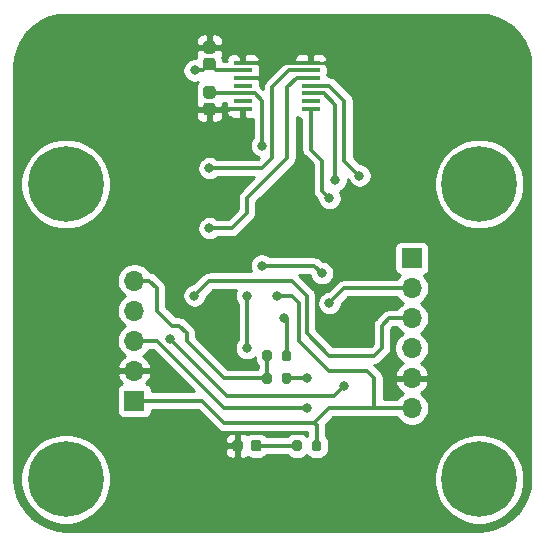
<source format=gbr>
%TF.GenerationSoftware,KiCad,Pcbnew,(5.1.9)-1*%
%TF.CreationDate,2021-04-28T11:17:24-03:00*%
%TF.ProjectId,1335_rev1,31333335-5f72-4657-9631-2e6b69636164,rev?*%
%TF.SameCoordinates,Original*%
%TF.FileFunction,Copper,L1,Top*%
%TF.FilePolarity,Positive*%
%FSLAX46Y46*%
G04 Gerber Fmt 4.6, Leading zero omitted, Abs format (unit mm)*
G04 Created by KiCad (PCBNEW (5.1.9)-1) date 2021-04-28 11:17:24*
%MOMM*%
%LPD*%
G01*
G04 APERTURE LIST*
%TA.AperFunction,ComponentPad*%
%ADD10O,1.700000X1.700000*%
%TD*%
%TA.AperFunction,ComponentPad*%
%ADD11R,1.700000X1.700000*%
%TD*%
%TA.AperFunction,ComponentPad*%
%ADD12C,6.400000*%
%TD*%
%TA.AperFunction,ComponentPad*%
%ADD13C,0.800000*%
%TD*%
%TA.AperFunction,SMDPad,CuDef*%
%ADD14R,1.570000X0.410000*%
%TD*%
%TA.AperFunction,ViaPad*%
%ADD15C,0.800000*%
%TD*%
%TA.AperFunction,Conductor*%
%ADD16C,0.300000*%
%TD*%
%TA.AperFunction,Conductor*%
%ADD17C,0.250000*%
%TD*%
%TA.AperFunction,Conductor*%
%ADD18C,0.254000*%
%TD*%
%TA.AperFunction,Conductor*%
%ADD19C,0.100000*%
%TD*%
G04 APERTURE END LIST*
D10*
%TO.P,J1,5*%
%TO.N,+3V3*%
X130810000Y-83185000D03*
%TO.P,J1,4*%
%TO.N,SDA*%
X130810000Y-85725000D03*
%TO.P,J1,3*%
%TO.N,SCL*%
X130810000Y-88265000D03*
%TO.P,J1,2*%
%TO.N,GND*%
X130810000Y-90805000D03*
D11*
%TO.P,J1,1*%
%TO.N,+5V*%
X130810000Y-93345000D03*
%TD*%
D10*
%TO.P,J2,6*%
%TO.N,+5V*%
X154305000Y-93980000D03*
%TO.P,J2,5*%
%TO.N,GND*%
X154305000Y-91440000D03*
%TO.P,J2,4*%
%TO.N,MOSI*%
X154305000Y-88900000D03*
%TO.P,J2,3*%
%TO.N,MISO*%
X154305000Y-86360000D03*
%TO.P,J2,2*%
%TO.N,SCK*%
X154305000Y-83820000D03*
D11*
%TO.P,J2,1*%
%TO.N,CS*%
X154305000Y-81280000D03*
%TD*%
%TO.P,R1,2*%
%TO.N,Net-(D1-Pad2)*%
%TA.AperFunction,SMDPad,CuDef*%
G36*
G01*
X144990000Y-96880000D02*
X144990000Y-97430000D01*
G75*
G02*
X144790000Y-97630000I-200000J0D01*
G01*
X144390000Y-97630000D01*
G75*
G02*
X144190000Y-97430000I0J200000D01*
G01*
X144190000Y-96880000D01*
G75*
G02*
X144390000Y-96680000I200000J0D01*
G01*
X144790000Y-96680000D01*
G75*
G02*
X144990000Y-96880000I0J-200000D01*
G01*
G37*
%TD.AperFunction*%
%TO.P,R1,1*%
%TO.N,+5V*%
%TA.AperFunction,SMDPad,CuDef*%
G36*
G01*
X146640000Y-96880000D02*
X146640000Y-97430000D01*
G75*
G02*
X146440000Y-97630000I-200000J0D01*
G01*
X146040000Y-97630000D01*
G75*
G02*
X145840000Y-97430000I0J200000D01*
G01*
X145840000Y-96880000D01*
G75*
G02*
X146040000Y-96680000I200000J0D01*
G01*
X146440000Y-96680000D01*
G75*
G02*
X146640000Y-96880000I0J-200000D01*
G01*
G37*
%TD.AperFunction*%
%TD*%
%TO.P,R3,2*%
%TO.N,SCL*%
%TA.AperFunction,SMDPad,CuDef*%
G36*
G01*
X143300000Y-91715000D02*
X143300000Y-91165000D01*
G75*
G02*
X143500000Y-90965000I200000J0D01*
G01*
X143900000Y-90965000D01*
G75*
G02*
X144100000Y-91165000I0J-200000D01*
G01*
X144100000Y-91715000D01*
G75*
G02*
X143900000Y-91915000I-200000J0D01*
G01*
X143500000Y-91915000D01*
G75*
G02*
X143300000Y-91715000I0J200000D01*
G01*
G37*
%TD.AperFunction*%
%TO.P,R3,1*%
%TO.N,+3V3*%
%TA.AperFunction,SMDPad,CuDef*%
G36*
G01*
X141650000Y-91715000D02*
X141650000Y-91165000D01*
G75*
G02*
X141850000Y-90965000I200000J0D01*
G01*
X142250000Y-90965000D01*
G75*
G02*
X142450000Y-91165000I0J-200000D01*
G01*
X142450000Y-91715000D01*
G75*
G02*
X142250000Y-91915000I-200000J0D01*
G01*
X141850000Y-91915000D01*
G75*
G02*
X141650000Y-91715000I0J200000D01*
G01*
G37*
%TD.AperFunction*%
%TD*%
%TO.P,R2,2*%
%TO.N,SDA*%
%TA.AperFunction,SMDPad,CuDef*%
G36*
G01*
X143300000Y-89810000D02*
X143300000Y-89260000D01*
G75*
G02*
X143500000Y-89060000I200000J0D01*
G01*
X143900000Y-89060000D01*
G75*
G02*
X144100000Y-89260000I0J-200000D01*
G01*
X144100000Y-89810000D01*
G75*
G02*
X143900000Y-90010000I-200000J0D01*
G01*
X143500000Y-90010000D01*
G75*
G02*
X143300000Y-89810000I0J200000D01*
G01*
G37*
%TD.AperFunction*%
%TO.P,R2,1*%
%TO.N,+3V3*%
%TA.AperFunction,SMDPad,CuDef*%
G36*
G01*
X141650000Y-89810000D02*
X141650000Y-89260000D01*
G75*
G02*
X141850000Y-89060000I200000J0D01*
G01*
X142250000Y-89060000D01*
G75*
G02*
X142450000Y-89260000I0J-200000D01*
G01*
X142450000Y-89810000D01*
G75*
G02*
X142250000Y-90010000I-200000J0D01*
G01*
X141850000Y-90010000D01*
G75*
G02*
X141650000Y-89810000I0J200000D01*
G01*
G37*
%TD.AperFunction*%
%TD*%
%TO.P,D1,2*%
%TO.N,Net-(D1-Pad2)*%
%TA.AperFunction,SMDPad,CuDef*%
G36*
G01*
X140685000Y-97411250D02*
X140685000Y-96898750D01*
G75*
G02*
X140903750Y-96680000I218750J0D01*
G01*
X141341250Y-96680000D01*
G75*
G02*
X141560000Y-96898750I0J-218750D01*
G01*
X141560000Y-97411250D01*
G75*
G02*
X141341250Y-97630000I-218750J0D01*
G01*
X140903750Y-97630000D01*
G75*
G02*
X140685000Y-97411250I0J218750D01*
G01*
G37*
%TD.AperFunction*%
%TO.P,D1,1*%
%TO.N,GND*%
%TA.AperFunction,SMDPad,CuDef*%
G36*
G01*
X139110000Y-97411250D02*
X139110000Y-96898750D01*
G75*
G02*
X139328750Y-96680000I218750J0D01*
G01*
X139766250Y-96680000D01*
G75*
G02*
X139985000Y-96898750I0J-218750D01*
G01*
X139985000Y-97411250D01*
G75*
G02*
X139766250Y-97630000I-218750J0D01*
G01*
X139328750Y-97630000D01*
G75*
G02*
X139110000Y-97411250I0J218750D01*
G01*
G37*
%TD.AperFunction*%
%TD*%
%TO.P,C2,2*%
%TO.N,GND*%
%TA.AperFunction,SMDPad,CuDef*%
G36*
G01*
X136884999Y-68120000D02*
X137435001Y-68120000D01*
G75*
G02*
X137685000Y-68369999I0J-249999D01*
G01*
X137685000Y-68945001D01*
G75*
G02*
X137435001Y-69195000I-249999J0D01*
G01*
X136884999Y-69195000D01*
G75*
G02*
X136635000Y-68945001I0J249999D01*
G01*
X136635000Y-68369999D01*
G75*
G02*
X136884999Y-68120000I249999J0D01*
G01*
G37*
%TD.AperFunction*%
%TO.P,C2,1*%
%TO.N,+5V*%
%TA.AperFunction,SMDPad,CuDef*%
G36*
G01*
X136884999Y-66695000D02*
X137435001Y-66695000D01*
G75*
G02*
X137685000Y-66944999I0J-249999D01*
G01*
X137685000Y-67520001D01*
G75*
G02*
X137435001Y-67770000I-249999J0D01*
G01*
X136884999Y-67770000D01*
G75*
G02*
X136635000Y-67520001I0J249999D01*
G01*
X136635000Y-66944999D01*
G75*
G02*
X136884999Y-66695000I249999J0D01*
G01*
G37*
%TD.AperFunction*%
%TD*%
%TO.P,C1,1*%
%TO.N,/BYP*%
%TA.AperFunction,SMDPad,CuDef*%
G36*
G01*
X137435001Y-65385000D02*
X136884999Y-65385000D01*
G75*
G02*
X136635000Y-65135001I0J249999D01*
G01*
X136635000Y-64559999D01*
G75*
G02*
X136884999Y-64310000I249999J0D01*
G01*
X137435001Y-64310000D01*
G75*
G02*
X137685000Y-64559999I0J-249999D01*
G01*
X137685000Y-65135001D01*
G75*
G02*
X137435001Y-65385000I-249999J0D01*
G01*
G37*
%TD.AperFunction*%
%TO.P,C1,2*%
%TO.N,GND*%
%TA.AperFunction,SMDPad,CuDef*%
G36*
G01*
X137435001Y-63960000D02*
X136884999Y-63960000D01*
G75*
G02*
X136635000Y-63710001I0J249999D01*
G01*
X136635000Y-63134999D01*
G75*
G02*
X136884999Y-62885000I249999J0D01*
G01*
X137435001Y-62885000D01*
G75*
G02*
X137685000Y-63134999I0J-249999D01*
G01*
X137685000Y-63710001D01*
G75*
G02*
X137435001Y-63960000I-249999J0D01*
G01*
G37*
%TD.AperFunction*%
%TD*%
D12*
%TO.P,H1,1*%
%TO.N,N/C*%
X125000000Y-75000000D03*
D13*
X127400000Y-75000000D03*
X126697056Y-76697056D03*
X125000000Y-77400000D03*
X123302944Y-76697056D03*
X122600000Y-75000000D03*
X123302944Y-73302944D03*
X125000000Y-72600000D03*
X126697056Y-73302944D03*
%TD*%
%TO.P,H2,1*%
%TO.N,N/C*%
X161697056Y-73302944D03*
X160000000Y-72600000D03*
X158302944Y-73302944D03*
X157600000Y-75000000D03*
X158302944Y-76697056D03*
X160000000Y-77400000D03*
X161697056Y-76697056D03*
X162400000Y-75000000D03*
D12*
X160000000Y-75000000D03*
%TD*%
%TO.P,H3,1*%
%TO.N,N/C*%
X125000000Y-100000000D03*
D13*
X127400000Y-100000000D03*
X126697056Y-101697056D03*
X125000000Y-102400000D03*
X123302944Y-101697056D03*
X122600000Y-100000000D03*
X123302944Y-98302944D03*
X125000000Y-97600000D03*
X126697056Y-98302944D03*
%TD*%
%TO.P,H4,1*%
%TO.N,N/C*%
X161697056Y-98302944D03*
X160000000Y-97600000D03*
X158302944Y-98302944D03*
X157600000Y-100000000D03*
X158302944Y-101697056D03*
X160000000Y-102400000D03*
X161697056Y-101697056D03*
X162400000Y-100000000D03*
D12*
X160000000Y-100000000D03*
%TD*%
D14*
%TO.P,U1,1*%
%TO.N,GND*%
X140005000Y-64725000D03*
%TO.P,U1,2*%
%TO.N,/BYP*%
X140005000Y-65375000D03*
%TO.P,U1,3*%
%TO.N,GND*%
X140005000Y-66025000D03*
%TO.P,U1,4*%
%TO.N,Net-(U1-Pad4)*%
X140005000Y-66675000D03*
%TO.P,U1,5*%
%TO.N,+5V*%
X140005000Y-67325000D03*
%TO.P,U1,6*%
%TO.N,Net-(U1-Pad6)*%
X140005000Y-67975000D03*
%TO.P,U1,7*%
%TO.N,GND*%
X140005000Y-68625000D03*
%TO.P,U1,8*%
%TO.N,/ISEL*%
X145745000Y-68625000D03*
%TO.P,U1,9*%
%TO.N,Net-(U1-Pad9)*%
X145745000Y-67975000D03*
%TO.P,U1,10*%
%TO.N,/SDA-MISO*%
X145745000Y-67325000D03*
%TO.P,U1,11*%
%TO.N,/SCL-CLK*%
X145745000Y-66675000D03*
%TO.P,U1,12*%
%TO.N,/SA1-MOSI*%
X145745000Y-66025000D03*
%TO.P,U1,13*%
%TO.N,/SA0-CS*%
X145745000Y-65375000D03*
%TO.P,U1,14*%
%TO.N,GND*%
X145745000Y-64725000D03*
%TD*%
D15*
%TO.N,/BYP*%
X146685000Y-82550000D03*
X141605000Y-81915000D03*
X135920000Y-65375000D03*
%TO.N,GND*%
X162560000Y-68580000D03*
X144780000Y-78740000D03*
X135890000Y-80010000D03*
X162560000Y-66040000D03*
X160020000Y-66040000D03*
X160020000Y-63500000D03*
X162560000Y-63500000D03*
X160020000Y-68580000D03*
X157480000Y-68580000D03*
X157480000Y-66040000D03*
X157480000Y-63500000D03*
X154940000Y-63500000D03*
X154940000Y-66040000D03*
X154940000Y-68580000D03*
X152400000Y-68580000D03*
X152400000Y-66040000D03*
X152400000Y-63500000D03*
X152400000Y-71120000D03*
X154940000Y-71120000D03*
X154940000Y-73660000D03*
X152400000Y-73660000D03*
X121920000Y-63500000D03*
X121920000Y-66040000D03*
X124460000Y-63500000D03*
X127000000Y-63500000D03*
X127000000Y-66040000D03*
X124460000Y-66040000D03*
X124460000Y-68580000D03*
X121920000Y-68580000D03*
X127000000Y-68580000D03*
X129540000Y-63500000D03*
X129540000Y-66040000D03*
X129540000Y-68580000D03*
X129540000Y-71120000D03*
X132080000Y-71120000D03*
X132080000Y-73660000D03*
X129540000Y-73660000D03*
X127000000Y-71120000D03*
X121920000Y-71120000D03*
X157480000Y-71120000D03*
X162560000Y-71120000D03*
X129540000Y-99060000D03*
X132080000Y-99060000D03*
X134620000Y-99060000D03*
X134620000Y-101600000D03*
X132080000Y-101600000D03*
X129540000Y-101600000D03*
X137160000Y-99060000D03*
X137160000Y-101600000D03*
X149860000Y-101600000D03*
X149860000Y-99060000D03*
X152400000Y-99060000D03*
X152400000Y-101600000D03*
X154940000Y-101600000D03*
X154940000Y-99060000D03*
X147320000Y-101600000D03*
X144780000Y-101600000D03*
X142240000Y-101600000D03*
X139700000Y-101600000D03*
X139700000Y-99060000D03*
X142240000Y-99060000D03*
X144780000Y-99060000D03*
X147320000Y-99060000D03*
X132080000Y-68580000D03*
X132080000Y-66040000D03*
X132080000Y-63500000D03*
%TO.N,SCK*%
X147320000Y-85090000D03*
%TO.N,MISO*%
X135890000Y-84455000D03*
%TO.N,+5V*%
X141605000Y-71755000D03*
X142875000Y-84455000D03*
%TO.N,SDA*%
X143510000Y-86360000D03*
%TO.N,SCL*%
X145415000Y-91440000D03*
X145415000Y-93980000D03*
%TO.N,/ISEL*%
X147320000Y-76200000D03*
%TO.N,/SDA-MISO*%
X147828000Y-74676000D03*
%TO.N,/SCL-CLK*%
X149860000Y-74295000D03*
%TO.N,/SA1-MOSI*%
X137160000Y-78740000D03*
X140335000Y-84455000D03*
X140335000Y-88900000D03*
%TO.N,/SA0-CS*%
X137160000Y-73660000D03*
X133858000Y-88138000D03*
X148590000Y-92075000D03*
%TD*%
D16*
%TO.N,/BYP*%
X146685000Y-82550000D02*
X146050000Y-81915000D01*
X146050000Y-81915000D02*
X141605000Y-81915000D01*
X137687500Y-65375000D02*
X137160000Y-64847500D01*
X140005000Y-65375000D02*
X137687500Y-65375000D01*
X136632500Y-65375000D02*
X137160000Y-64847500D01*
X135920000Y-65375000D02*
X136632500Y-65375000D01*
D17*
%TO.N,GND*%
X145745000Y-64725000D02*
X148291000Y-64725000D01*
D16*
X140005000Y-66025000D02*
X141620000Y-66025000D01*
X141620000Y-66025000D02*
X142240000Y-65405000D01*
X142195000Y-64725000D02*
X142240000Y-64770000D01*
X140005000Y-64725000D02*
X142195000Y-64725000D01*
X142240000Y-64770000D02*
X142240000Y-64135000D01*
X142240000Y-65405000D02*
X142240000Y-64770000D01*
X142285000Y-64725000D02*
X142240000Y-64770000D01*
X145745000Y-64725000D02*
X142285000Y-64725000D01*
X140005000Y-64725000D02*
X140005000Y-64440000D01*
X138987500Y-63422500D02*
X137160000Y-63422500D01*
X140005000Y-64440000D02*
X138987500Y-63422500D01*
X137192500Y-68625000D02*
X137160000Y-68657500D01*
X140005000Y-68625000D02*
X137192500Y-68625000D01*
%TO.N,SCK*%
X154305000Y-83820000D02*
X149225000Y-83820000D01*
X148590000Y-83820000D02*
X147320000Y-85090000D01*
X149225000Y-83820000D02*
X148590000Y-83820000D01*
%TO.N,MISO*%
X152400000Y-86360000D02*
X154305000Y-86360000D01*
X151765000Y-86995000D02*
X152400000Y-86360000D01*
X151765000Y-88900000D02*
X151765000Y-86995000D01*
X147320000Y-89535000D02*
X151130000Y-89535000D01*
X151130000Y-89535000D02*
X151765000Y-88900000D01*
X145415000Y-87630000D02*
X147320000Y-89535000D01*
X145415000Y-84455000D02*
X145415000Y-87630000D01*
X144145000Y-83185000D02*
X145415000Y-84455000D01*
X137160000Y-83185000D02*
X144145000Y-83185000D01*
X135890000Y-84455000D02*
X137160000Y-83185000D01*
%TO.N,+3V3*%
X142050000Y-89535000D02*
X142050000Y-91440000D01*
X138430000Y-91440000D02*
X142050000Y-91440000D01*
X135255000Y-88265000D02*
X138430000Y-91440000D01*
X135255000Y-87630000D02*
X135255000Y-88265000D01*
X134620000Y-86995000D02*
X135255000Y-87630000D01*
X133985000Y-86995000D02*
X134620000Y-86995000D01*
X132715000Y-85725000D02*
X133985000Y-86995000D01*
X132715000Y-83820000D02*
X132715000Y-85725000D01*
X132080000Y-83185000D02*
X132715000Y-83820000D01*
X130810000Y-83185000D02*
X132080000Y-83185000D01*
%TO.N,+5V*%
X140985000Y-67325000D02*
X141605000Y-67945000D01*
X140005000Y-67325000D02*
X140985000Y-67325000D01*
X141605000Y-67945000D02*
X141605000Y-71755000D01*
X154305000Y-93980000D02*
X152400000Y-93980000D01*
X130810000Y-93345000D02*
X136525000Y-93345000D01*
X136525000Y-93345000D02*
X138430000Y-95250000D01*
X138430000Y-95250000D02*
X146050000Y-95250000D01*
X146050000Y-95250000D02*
X147320000Y-93980000D01*
X151130000Y-91440000D02*
X151130000Y-93980000D01*
X144780000Y-88265000D02*
X147320000Y-90805000D01*
X150495000Y-90805000D02*
X151130000Y-91440000D01*
X144780000Y-85090000D02*
X144780000Y-88265000D01*
X144145000Y-84455000D02*
X144780000Y-85090000D01*
X147320000Y-90805000D02*
X150495000Y-90805000D01*
X142875000Y-84455000D02*
X144145000Y-84455000D01*
X151130000Y-93980000D02*
X152400000Y-93980000D01*
X147320000Y-93980000D02*
X151130000Y-93980000D01*
X146240000Y-95440000D02*
X146050000Y-95250000D01*
X146240000Y-97155000D02*
X146240000Y-95440000D01*
X137252500Y-67325000D02*
X137160000Y-67232500D01*
X140005000Y-67325000D02*
X137252500Y-67325000D01*
%TO.N,SDA*%
X143700000Y-86550000D02*
X143510000Y-86360000D01*
X143700000Y-89535000D02*
X143700000Y-86550000D01*
%TO.N,SCL*%
X143700000Y-91440000D02*
X145415000Y-91440000D01*
X130810000Y-88265000D02*
X132080000Y-88265000D01*
X132080000Y-88265000D02*
X132715000Y-88265000D01*
X132715000Y-88265000D02*
X138430000Y-93980000D01*
X138430000Y-93980000D02*
X145415000Y-93980000D01*
%TO.N,/ISEL*%
X145745000Y-68625000D02*
X145745000Y-72085000D01*
X145745000Y-72085000D02*
X146050000Y-72390000D01*
X146050000Y-72390000D02*
X146685000Y-73025000D01*
X146685000Y-73025000D02*
X146685000Y-75565000D01*
X146685000Y-75565000D02*
X147320000Y-76200000D01*
%TO.N,/SDA-MISO*%
X146830000Y-67325000D02*
X147828000Y-68323000D01*
X145745000Y-67325000D02*
X146830000Y-67325000D01*
X147828000Y-68323000D02*
X147828000Y-74676000D01*
%TO.N,/SCL-CLK*%
X145745000Y-66675000D02*
X147320000Y-66675000D01*
X147320000Y-66675000D02*
X148590000Y-67945000D01*
X148590000Y-67945000D02*
X148590000Y-72390000D01*
X148590000Y-72390000D02*
X148590000Y-73025000D01*
X148590000Y-73025000D02*
X149860000Y-74295000D01*
%TO.N,/SA1-MOSI*%
X145745000Y-66025000D02*
X144541000Y-66025000D01*
X144541000Y-66025000D02*
X143764000Y-66802000D01*
X143764000Y-66802000D02*
X143764000Y-72771000D01*
X143764000Y-72771000D02*
X140335000Y-76200000D01*
X140335000Y-76200000D02*
X140335000Y-77470000D01*
X140335000Y-77470000D02*
X139065000Y-78740000D01*
X139065000Y-78740000D02*
X137160000Y-78740000D01*
X140335000Y-87630000D02*
X140335000Y-84455000D01*
X140335000Y-88900000D02*
X140335000Y-87630000D01*
%TO.N,/SA0-CS*%
X145745000Y-65375000D02*
X143921000Y-65375000D01*
X143921000Y-65375000D02*
X142494000Y-66802000D01*
X142494000Y-66802000D02*
X142494000Y-71882000D01*
X142494000Y-71882000D02*
X142494000Y-72009000D01*
X142494000Y-71882000D02*
X142494000Y-72771000D01*
X142494000Y-72771000D02*
X142240000Y-73025000D01*
X142240000Y-73025000D02*
X141605000Y-73660000D01*
X141605000Y-73660000D02*
X137160000Y-73660000D01*
X133858000Y-88138000D02*
X138684000Y-92964000D01*
X138684000Y-92964000D02*
X142240000Y-92964000D01*
X147701000Y-92964000D02*
X148590000Y-92075000D01*
X142240000Y-92964000D02*
X147701000Y-92964000D01*
%TO.N,Net-(D1-Pad2)*%
X144590000Y-97155000D02*
X141122500Y-97155000D01*
%TD*%
D18*
%TO.N,GND*%
X160768083Y-60731173D02*
X161511891Y-60934656D01*
X162207905Y-61266638D01*
X162834130Y-61716626D01*
X163370777Y-62270403D01*
X163800871Y-62910451D01*
X164110829Y-63616553D01*
X164292065Y-64371457D01*
X164340000Y-65024207D01*
X164340001Y-99970597D01*
X164268827Y-100768083D01*
X164065344Y-101511890D01*
X163733363Y-102207904D01*
X163283374Y-102834130D01*
X162729597Y-103370777D01*
X162089549Y-103800871D01*
X161383447Y-104110829D01*
X160628543Y-104292065D01*
X159975793Y-104340000D01*
X125029392Y-104340000D01*
X124231917Y-104268827D01*
X123488110Y-104065344D01*
X122792096Y-103733363D01*
X122165870Y-103283374D01*
X121629223Y-102729597D01*
X121199129Y-102089549D01*
X120889171Y-101383447D01*
X120707935Y-100628543D01*
X120660000Y-99975793D01*
X120660000Y-99622285D01*
X121165000Y-99622285D01*
X121165000Y-100377715D01*
X121312377Y-101118628D01*
X121601467Y-101816554D01*
X122021161Y-102444670D01*
X122555330Y-102978839D01*
X123183446Y-103398533D01*
X123881372Y-103687623D01*
X124622285Y-103835000D01*
X125377715Y-103835000D01*
X126118628Y-103687623D01*
X126816554Y-103398533D01*
X127444670Y-102978839D01*
X127978839Y-102444670D01*
X128398533Y-101816554D01*
X128687623Y-101118628D01*
X128835000Y-100377715D01*
X128835000Y-99622285D01*
X156165000Y-99622285D01*
X156165000Y-100377715D01*
X156312377Y-101118628D01*
X156601467Y-101816554D01*
X157021161Y-102444670D01*
X157555330Y-102978839D01*
X158183446Y-103398533D01*
X158881372Y-103687623D01*
X159622285Y-103835000D01*
X160377715Y-103835000D01*
X161118628Y-103687623D01*
X161816554Y-103398533D01*
X162444670Y-102978839D01*
X162978839Y-102444670D01*
X163398533Y-101816554D01*
X163687623Y-101118628D01*
X163835000Y-100377715D01*
X163835000Y-99622285D01*
X163687623Y-98881372D01*
X163398533Y-98183446D01*
X162978839Y-97555330D01*
X162444670Y-97021161D01*
X161816554Y-96601467D01*
X161118628Y-96312377D01*
X160377715Y-96165000D01*
X159622285Y-96165000D01*
X158881372Y-96312377D01*
X158183446Y-96601467D01*
X157555330Y-97021161D01*
X157021161Y-97555330D01*
X156601467Y-98183446D01*
X156312377Y-98881372D01*
X156165000Y-99622285D01*
X128835000Y-99622285D01*
X128687623Y-98881372D01*
X128398533Y-98183446D01*
X128028732Y-97630000D01*
X138471928Y-97630000D01*
X138484188Y-97754482D01*
X138520498Y-97874180D01*
X138579463Y-97984494D01*
X138658815Y-98081185D01*
X138755506Y-98160537D01*
X138865820Y-98219502D01*
X138985518Y-98255812D01*
X139110000Y-98268072D01*
X139261750Y-98265000D01*
X139420500Y-98106250D01*
X139420500Y-97282000D01*
X138633750Y-97282000D01*
X138475000Y-97440750D01*
X138471928Y-97630000D01*
X128028732Y-97630000D01*
X127978839Y-97555330D01*
X127444670Y-97021161D01*
X126934087Y-96680000D01*
X138471928Y-96680000D01*
X138475000Y-96869250D01*
X138633750Y-97028000D01*
X139420500Y-97028000D01*
X139420500Y-96203750D01*
X139261750Y-96045000D01*
X139110000Y-96041928D01*
X138985518Y-96054188D01*
X138865820Y-96090498D01*
X138755506Y-96149463D01*
X138658815Y-96228815D01*
X138579463Y-96325506D01*
X138520498Y-96435820D01*
X138484188Y-96555518D01*
X138471928Y-96680000D01*
X126934087Y-96680000D01*
X126816554Y-96601467D01*
X126118628Y-96312377D01*
X125377715Y-96165000D01*
X124622285Y-96165000D01*
X123881372Y-96312377D01*
X123183446Y-96601467D01*
X122555330Y-97021161D01*
X122021161Y-97555330D01*
X121601467Y-98183446D01*
X121312377Y-98881372D01*
X121165000Y-99622285D01*
X120660000Y-99622285D01*
X120660000Y-92495000D01*
X129321928Y-92495000D01*
X129321928Y-94195000D01*
X129334188Y-94319482D01*
X129370498Y-94439180D01*
X129429463Y-94549494D01*
X129508815Y-94646185D01*
X129605506Y-94725537D01*
X129715820Y-94784502D01*
X129835518Y-94820812D01*
X129960000Y-94833072D01*
X131660000Y-94833072D01*
X131784482Y-94820812D01*
X131904180Y-94784502D01*
X132014494Y-94725537D01*
X132111185Y-94646185D01*
X132190537Y-94549494D01*
X132249502Y-94439180D01*
X132285812Y-94319482D01*
X132298072Y-94195000D01*
X132298072Y-94130000D01*
X136199843Y-94130000D01*
X137847653Y-95777810D01*
X137872236Y-95807764D01*
X137991767Y-95905862D01*
X138128140Y-95978754D01*
X138276113Y-96023642D01*
X138351026Y-96031020D01*
X138391439Y-96035000D01*
X138391444Y-96035000D01*
X138430000Y-96038797D01*
X138468556Y-96035000D01*
X145455001Y-96035000D01*
X145455001Y-96281151D01*
X145447394Y-96287394D01*
X145415000Y-96326866D01*
X145382606Y-96287394D01*
X145255608Y-96183169D01*
X145110716Y-96105722D01*
X144953500Y-96058031D01*
X144790000Y-96041928D01*
X144390000Y-96041928D01*
X144226500Y-96058031D01*
X144069284Y-96105722D01*
X143924392Y-96183169D01*
X143797394Y-96287394D01*
X143729601Y-96370000D01*
X142010401Y-96370000D01*
X141947115Y-96292885D01*
X141817275Y-96186329D01*
X141669142Y-96107150D01*
X141508408Y-96058392D01*
X141341250Y-96041928D01*
X140903750Y-96041928D01*
X140736592Y-96058392D01*
X140575858Y-96107150D01*
X140427725Y-96186329D01*
X140406070Y-96204100D01*
X140339494Y-96149463D01*
X140229180Y-96090498D01*
X140109482Y-96054188D01*
X139985000Y-96041928D01*
X139833250Y-96045000D01*
X139674500Y-96203750D01*
X139674500Y-97028000D01*
X139694500Y-97028000D01*
X139694500Y-97282000D01*
X139674500Y-97282000D01*
X139674500Y-98106250D01*
X139833250Y-98265000D01*
X139985000Y-98268072D01*
X140109482Y-98255812D01*
X140229180Y-98219502D01*
X140339494Y-98160537D01*
X140406070Y-98105900D01*
X140427725Y-98123671D01*
X140575858Y-98202850D01*
X140736592Y-98251608D01*
X140903750Y-98268072D01*
X141341250Y-98268072D01*
X141508408Y-98251608D01*
X141669142Y-98202850D01*
X141817275Y-98123671D01*
X141947115Y-98017115D01*
X142010401Y-97940000D01*
X143729601Y-97940000D01*
X143797394Y-98022606D01*
X143924392Y-98126831D01*
X144069284Y-98204278D01*
X144226500Y-98251969D01*
X144390000Y-98268072D01*
X144790000Y-98268072D01*
X144953500Y-98251969D01*
X145110716Y-98204278D01*
X145255608Y-98126831D01*
X145382606Y-98022606D01*
X145415000Y-97983134D01*
X145447394Y-98022606D01*
X145574392Y-98126831D01*
X145719284Y-98204278D01*
X145876500Y-98251969D01*
X146040000Y-98268072D01*
X146440000Y-98268072D01*
X146603500Y-98251969D01*
X146760716Y-98204278D01*
X146905608Y-98126831D01*
X147032606Y-98022606D01*
X147136831Y-97895608D01*
X147214278Y-97750716D01*
X147261969Y-97593500D01*
X147278072Y-97430000D01*
X147278072Y-96880000D01*
X147261969Y-96716500D01*
X147214278Y-96559284D01*
X147136831Y-96414392D01*
X147032606Y-96287394D01*
X147025000Y-96281152D01*
X147025000Y-95478556D01*
X147028797Y-95440000D01*
X147025000Y-95401444D01*
X147025000Y-95401439D01*
X147023540Y-95386617D01*
X147645158Y-94765000D01*
X151091440Y-94765000D01*
X151130000Y-94768798D01*
X151168561Y-94765000D01*
X153043526Y-94765000D01*
X153151525Y-94926632D01*
X153358368Y-95133475D01*
X153601589Y-95295990D01*
X153871842Y-95407932D01*
X154158740Y-95465000D01*
X154451260Y-95465000D01*
X154738158Y-95407932D01*
X155008411Y-95295990D01*
X155251632Y-95133475D01*
X155458475Y-94926632D01*
X155620990Y-94683411D01*
X155732932Y-94413158D01*
X155790000Y-94126260D01*
X155790000Y-93833740D01*
X155732932Y-93546842D01*
X155620990Y-93276589D01*
X155458475Y-93033368D01*
X155251632Y-92826525D01*
X155069466Y-92704805D01*
X155186355Y-92635178D01*
X155402588Y-92440269D01*
X155576641Y-92206920D01*
X155701825Y-91944099D01*
X155746476Y-91796890D01*
X155625155Y-91567000D01*
X154432000Y-91567000D01*
X154432000Y-91587000D01*
X154178000Y-91587000D01*
X154178000Y-91567000D01*
X152984845Y-91567000D01*
X152863524Y-91796890D01*
X152908175Y-91944099D01*
X153033359Y-92206920D01*
X153207412Y-92440269D01*
X153423645Y-92635178D01*
X153540534Y-92704805D01*
X153358368Y-92826525D01*
X153151525Y-93033368D01*
X153043526Y-93195000D01*
X151915000Y-93195000D01*
X151915000Y-91478556D01*
X151918797Y-91440000D01*
X151915000Y-91401440D01*
X151915000Y-91401439D01*
X151908241Y-91332812D01*
X151903642Y-91286113D01*
X151858754Y-91138140D01*
X151858734Y-91138102D01*
X151785862Y-91001767D01*
X151687764Y-90882236D01*
X151657811Y-90857654D01*
X151123293Y-90323136D01*
X151130000Y-90323797D01*
X151168553Y-90320000D01*
X151168561Y-90320000D01*
X151283887Y-90308641D01*
X151431860Y-90263754D01*
X151568233Y-90190862D01*
X151687764Y-90092764D01*
X151712347Y-90062810D01*
X152292811Y-89482346D01*
X152322764Y-89457764D01*
X152420862Y-89338233D01*
X152493754Y-89201860D01*
X152514574Y-89133226D01*
X152538642Y-89053887D01*
X152549667Y-88941937D01*
X152550000Y-88938561D01*
X152550000Y-88938556D01*
X152553797Y-88900000D01*
X152550000Y-88861444D01*
X152550000Y-87320157D01*
X152725157Y-87145000D01*
X153043526Y-87145000D01*
X153151525Y-87306632D01*
X153358368Y-87513475D01*
X153532760Y-87630000D01*
X153358368Y-87746525D01*
X153151525Y-87953368D01*
X152989010Y-88196589D01*
X152877068Y-88466842D01*
X152820000Y-88753740D01*
X152820000Y-89046260D01*
X152877068Y-89333158D01*
X152989010Y-89603411D01*
X153151525Y-89846632D01*
X153358368Y-90053475D01*
X153540534Y-90175195D01*
X153423645Y-90244822D01*
X153207412Y-90439731D01*
X153033359Y-90673080D01*
X152908175Y-90935901D01*
X152863524Y-91083110D01*
X152984845Y-91313000D01*
X154178000Y-91313000D01*
X154178000Y-91293000D01*
X154432000Y-91293000D01*
X154432000Y-91313000D01*
X155625155Y-91313000D01*
X155746476Y-91083110D01*
X155701825Y-90935901D01*
X155576641Y-90673080D01*
X155402588Y-90439731D01*
X155186355Y-90244822D01*
X155069466Y-90175195D01*
X155251632Y-90053475D01*
X155458475Y-89846632D01*
X155620990Y-89603411D01*
X155732932Y-89333158D01*
X155790000Y-89046260D01*
X155790000Y-88753740D01*
X155732932Y-88466842D01*
X155620990Y-88196589D01*
X155458475Y-87953368D01*
X155251632Y-87746525D01*
X155077240Y-87630000D01*
X155251632Y-87513475D01*
X155458475Y-87306632D01*
X155620990Y-87063411D01*
X155732932Y-86793158D01*
X155790000Y-86506260D01*
X155790000Y-86213740D01*
X155732932Y-85926842D01*
X155620990Y-85656589D01*
X155458475Y-85413368D01*
X155251632Y-85206525D01*
X155077240Y-85090000D01*
X155251632Y-84973475D01*
X155458475Y-84766632D01*
X155620990Y-84523411D01*
X155732932Y-84253158D01*
X155790000Y-83966260D01*
X155790000Y-83673740D01*
X155732932Y-83386842D01*
X155620990Y-83116589D01*
X155458475Y-82873368D01*
X155326620Y-82741513D01*
X155399180Y-82719502D01*
X155509494Y-82660537D01*
X155606185Y-82581185D01*
X155685537Y-82484494D01*
X155744502Y-82374180D01*
X155780812Y-82254482D01*
X155793072Y-82130000D01*
X155793072Y-80430000D01*
X155780812Y-80305518D01*
X155744502Y-80185820D01*
X155685537Y-80075506D01*
X155606185Y-79978815D01*
X155509494Y-79899463D01*
X155399180Y-79840498D01*
X155279482Y-79804188D01*
X155155000Y-79791928D01*
X153455000Y-79791928D01*
X153330518Y-79804188D01*
X153210820Y-79840498D01*
X153100506Y-79899463D01*
X153003815Y-79978815D01*
X152924463Y-80075506D01*
X152865498Y-80185820D01*
X152829188Y-80305518D01*
X152816928Y-80430000D01*
X152816928Y-82130000D01*
X152829188Y-82254482D01*
X152865498Y-82374180D01*
X152924463Y-82484494D01*
X153003815Y-82581185D01*
X153100506Y-82660537D01*
X153210820Y-82719502D01*
X153283380Y-82741513D01*
X153151525Y-82873368D01*
X153043526Y-83035000D01*
X148628552Y-83035000D01*
X148589999Y-83031203D01*
X148551446Y-83035000D01*
X148551439Y-83035000D01*
X148450490Y-83044943D01*
X148436112Y-83046359D01*
X148401672Y-83056806D01*
X148288140Y-83091246D01*
X148151767Y-83164138D01*
X148126346Y-83185001D01*
X148062187Y-83237655D01*
X148062184Y-83237658D01*
X148032236Y-83262236D01*
X148007658Y-83292185D01*
X147244843Y-84055000D01*
X147218061Y-84055000D01*
X147018102Y-84094774D01*
X146829744Y-84172795D01*
X146660226Y-84286063D01*
X146516063Y-84430226D01*
X146402795Y-84599744D01*
X146324774Y-84788102D01*
X146285000Y-84988061D01*
X146285000Y-85191939D01*
X146324774Y-85391898D01*
X146402795Y-85580256D01*
X146516063Y-85749774D01*
X146660226Y-85893937D01*
X146829744Y-86007205D01*
X147018102Y-86085226D01*
X147218061Y-86125000D01*
X147421939Y-86125000D01*
X147621898Y-86085226D01*
X147810256Y-86007205D01*
X147979774Y-85893937D01*
X148123937Y-85749774D01*
X148237205Y-85580256D01*
X148315226Y-85391898D01*
X148355000Y-85191939D01*
X148355000Y-85165157D01*
X148915158Y-84605000D01*
X153043526Y-84605000D01*
X153151525Y-84766632D01*
X153358368Y-84973475D01*
X153532760Y-85090000D01*
X153358368Y-85206525D01*
X153151525Y-85413368D01*
X153043526Y-85575000D01*
X152438556Y-85575000D01*
X152400000Y-85571203D01*
X152361444Y-85575000D01*
X152361439Y-85575000D01*
X152321026Y-85578980D01*
X152246113Y-85586358D01*
X152098140Y-85631246D01*
X151961767Y-85704138D01*
X151842236Y-85802236D01*
X151817653Y-85832190D01*
X151237185Y-86412658D01*
X151207237Y-86437236D01*
X151182659Y-86467184D01*
X151182655Y-86467188D01*
X151156842Y-86498641D01*
X151109139Y-86556767D01*
X151070177Y-86629660D01*
X151036246Y-86693141D01*
X150991359Y-86841114D01*
X150976203Y-86995000D01*
X150980001Y-87033562D01*
X150980000Y-88574843D01*
X150804843Y-88750000D01*
X147645157Y-88750000D01*
X146200000Y-87304843D01*
X146200000Y-84493552D01*
X146203797Y-84454999D01*
X146200000Y-84416446D01*
X146200000Y-84416439D01*
X146188641Y-84301113D01*
X146143754Y-84153140D01*
X146070862Y-84016767D01*
X146021450Y-83956559D01*
X145997345Y-83927187D01*
X145997342Y-83927184D01*
X145972764Y-83897236D01*
X145942817Y-83872659D01*
X144770157Y-82700000D01*
X145659560Y-82700000D01*
X145689774Y-82851898D01*
X145767795Y-83040256D01*
X145881063Y-83209774D01*
X146025226Y-83353937D01*
X146194744Y-83467205D01*
X146383102Y-83545226D01*
X146583061Y-83585000D01*
X146786939Y-83585000D01*
X146986898Y-83545226D01*
X147175256Y-83467205D01*
X147344774Y-83353937D01*
X147488937Y-83209774D01*
X147602205Y-83040256D01*
X147680226Y-82851898D01*
X147720000Y-82651939D01*
X147720000Y-82448061D01*
X147680226Y-82248102D01*
X147602205Y-82059744D01*
X147488937Y-81890226D01*
X147344774Y-81746063D01*
X147175256Y-81632795D01*
X146986898Y-81554774D01*
X146786939Y-81515000D01*
X146760157Y-81515000D01*
X146632347Y-81387190D01*
X146607764Y-81357236D01*
X146488233Y-81259138D01*
X146351860Y-81186246D01*
X146203887Y-81141359D01*
X146088561Y-81130000D01*
X146088553Y-81130000D01*
X146050000Y-81126203D01*
X146011447Y-81130000D01*
X142283711Y-81130000D01*
X142264774Y-81111063D01*
X142095256Y-80997795D01*
X141906898Y-80919774D01*
X141706939Y-80880000D01*
X141503061Y-80880000D01*
X141303102Y-80919774D01*
X141114744Y-80997795D01*
X140945226Y-81111063D01*
X140801063Y-81255226D01*
X140687795Y-81424744D01*
X140609774Y-81613102D01*
X140570000Y-81813061D01*
X140570000Y-82016939D01*
X140609774Y-82216898D01*
X140685618Y-82400000D01*
X137198552Y-82400000D01*
X137159999Y-82396203D01*
X137121446Y-82400000D01*
X137121439Y-82400000D01*
X137020490Y-82409943D01*
X137006112Y-82411359D01*
X136971672Y-82421806D01*
X136858140Y-82456246D01*
X136721767Y-82529138D01*
X136670927Y-82570862D01*
X136632187Y-82602655D01*
X136632184Y-82602658D01*
X136602236Y-82627236D01*
X136577658Y-82657185D01*
X135814843Y-83420000D01*
X135788061Y-83420000D01*
X135588102Y-83459774D01*
X135399744Y-83537795D01*
X135230226Y-83651063D01*
X135086063Y-83795226D01*
X134972795Y-83964744D01*
X134894774Y-84153102D01*
X134855000Y-84353061D01*
X134855000Y-84556939D01*
X134894774Y-84756898D01*
X134972795Y-84945256D01*
X135086063Y-85114774D01*
X135230226Y-85258937D01*
X135399744Y-85372205D01*
X135588102Y-85450226D01*
X135788061Y-85490000D01*
X135991939Y-85490000D01*
X136191898Y-85450226D01*
X136380256Y-85372205D01*
X136549774Y-85258937D01*
X136693937Y-85114774D01*
X136807205Y-84945256D01*
X136885226Y-84756898D01*
X136925000Y-84556939D01*
X136925000Y-84530157D01*
X137485158Y-83970000D01*
X139415618Y-83970000D01*
X139339774Y-84153102D01*
X139300000Y-84353061D01*
X139300000Y-84556939D01*
X139339774Y-84756898D01*
X139417795Y-84945256D01*
X139531063Y-85114774D01*
X139550001Y-85133712D01*
X139550000Y-87668560D01*
X139550001Y-87668570D01*
X139550001Y-88221288D01*
X139531063Y-88240226D01*
X139417795Y-88409744D01*
X139339774Y-88598102D01*
X139300000Y-88798061D01*
X139300000Y-89001939D01*
X139339774Y-89201898D01*
X139417795Y-89390256D01*
X139531063Y-89559774D01*
X139675226Y-89703937D01*
X139844744Y-89817205D01*
X140033102Y-89895226D01*
X140233061Y-89935000D01*
X140436939Y-89935000D01*
X140636898Y-89895226D01*
X140825256Y-89817205D01*
X140994774Y-89703937D01*
X141011928Y-89686783D01*
X141011928Y-89810000D01*
X141028031Y-89973500D01*
X141075722Y-90130716D01*
X141153169Y-90275608D01*
X141257394Y-90402606D01*
X141265000Y-90408848D01*
X141265001Y-90566151D01*
X141257394Y-90572394D01*
X141189601Y-90655000D01*
X138755158Y-90655000D01*
X136040000Y-87939843D01*
X136040000Y-87668556D01*
X136043797Y-87630000D01*
X136040000Y-87591440D01*
X136040000Y-87591439D01*
X136029235Y-87482139D01*
X136028642Y-87476113D01*
X135983754Y-87328140D01*
X135972258Y-87306632D01*
X135910862Y-87191767D01*
X135812764Y-87072236D01*
X135782811Y-87047654D01*
X135202345Y-86467188D01*
X135177764Y-86437236D01*
X135058233Y-86339138D01*
X134921860Y-86266246D01*
X134773887Y-86221359D01*
X134658561Y-86210000D01*
X134658553Y-86210000D01*
X134620000Y-86206203D01*
X134581447Y-86210000D01*
X134310158Y-86210000D01*
X133500000Y-85399843D01*
X133500000Y-83858556D01*
X133503797Y-83820000D01*
X133500000Y-83781440D01*
X133500000Y-83781439D01*
X133490143Y-83681359D01*
X133488642Y-83666113D01*
X133443754Y-83518140D01*
X133370862Y-83381767D01*
X133272764Y-83262236D01*
X133242811Y-83237654D01*
X132662347Y-82657190D01*
X132637764Y-82627236D01*
X132518233Y-82529138D01*
X132381860Y-82456246D01*
X132233887Y-82411359D01*
X132118561Y-82400000D01*
X132118553Y-82400000D01*
X132080000Y-82396203D01*
X132069620Y-82397225D01*
X131963475Y-82238368D01*
X131756632Y-82031525D01*
X131513411Y-81869010D01*
X131243158Y-81757068D01*
X130956260Y-81700000D01*
X130663740Y-81700000D01*
X130376842Y-81757068D01*
X130106589Y-81869010D01*
X129863368Y-82031525D01*
X129656525Y-82238368D01*
X129494010Y-82481589D01*
X129382068Y-82751842D01*
X129325000Y-83038740D01*
X129325000Y-83331260D01*
X129382068Y-83618158D01*
X129494010Y-83888411D01*
X129656525Y-84131632D01*
X129863368Y-84338475D01*
X130037760Y-84455000D01*
X129863368Y-84571525D01*
X129656525Y-84778368D01*
X129494010Y-85021589D01*
X129382068Y-85291842D01*
X129325000Y-85578740D01*
X129325000Y-85871260D01*
X129382068Y-86158158D01*
X129494010Y-86428411D01*
X129656525Y-86671632D01*
X129863368Y-86878475D01*
X130037760Y-86995000D01*
X129863368Y-87111525D01*
X129656525Y-87318368D01*
X129494010Y-87561589D01*
X129382068Y-87831842D01*
X129325000Y-88118740D01*
X129325000Y-88411260D01*
X129382068Y-88698158D01*
X129494010Y-88968411D01*
X129656525Y-89211632D01*
X129863368Y-89418475D01*
X130045534Y-89540195D01*
X129928645Y-89609822D01*
X129712412Y-89804731D01*
X129538359Y-90038080D01*
X129413175Y-90300901D01*
X129368524Y-90448110D01*
X129489845Y-90678000D01*
X130683000Y-90678000D01*
X130683000Y-90658000D01*
X130937000Y-90658000D01*
X130937000Y-90678000D01*
X132130155Y-90678000D01*
X132251476Y-90448110D01*
X132206825Y-90300901D01*
X132081641Y-90038080D01*
X131907588Y-89804731D01*
X131691355Y-89609822D01*
X131574466Y-89540195D01*
X131756632Y-89418475D01*
X131963475Y-89211632D01*
X132071474Y-89050000D01*
X132389843Y-89050000D01*
X135899843Y-92560000D01*
X132298072Y-92560000D01*
X132298072Y-92495000D01*
X132285812Y-92370518D01*
X132249502Y-92250820D01*
X132190537Y-92140506D01*
X132111185Y-92043815D01*
X132014494Y-91964463D01*
X131904180Y-91905498D01*
X131823534Y-91881034D01*
X131907588Y-91805269D01*
X132081641Y-91571920D01*
X132206825Y-91309099D01*
X132251476Y-91161890D01*
X132130155Y-90932000D01*
X130937000Y-90932000D01*
X130937000Y-90952000D01*
X130683000Y-90952000D01*
X130683000Y-90932000D01*
X129489845Y-90932000D01*
X129368524Y-91161890D01*
X129413175Y-91309099D01*
X129538359Y-91571920D01*
X129712412Y-91805269D01*
X129796466Y-91881034D01*
X129715820Y-91905498D01*
X129605506Y-91964463D01*
X129508815Y-92043815D01*
X129429463Y-92140506D01*
X129370498Y-92250820D01*
X129334188Y-92370518D01*
X129321928Y-92495000D01*
X120660000Y-92495000D01*
X120660000Y-74622285D01*
X121165000Y-74622285D01*
X121165000Y-75377715D01*
X121312377Y-76118628D01*
X121601467Y-76816554D01*
X122021161Y-77444670D01*
X122555330Y-77978839D01*
X123183446Y-78398533D01*
X123881372Y-78687623D01*
X124622285Y-78835000D01*
X125377715Y-78835000D01*
X126118628Y-78687623D01*
X126816554Y-78398533D01*
X127444670Y-77978839D01*
X127978839Y-77444670D01*
X128398533Y-76816554D01*
X128687623Y-76118628D01*
X128835000Y-75377715D01*
X128835000Y-74622285D01*
X128687623Y-73881372D01*
X128398533Y-73183446D01*
X127978839Y-72555330D01*
X127444670Y-72021161D01*
X126816554Y-71601467D01*
X126118628Y-71312377D01*
X125377715Y-71165000D01*
X124622285Y-71165000D01*
X123881372Y-71312377D01*
X123183446Y-71601467D01*
X122555330Y-72021161D01*
X122021161Y-72555330D01*
X121601467Y-73183446D01*
X121312377Y-73881372D01*
X121165000Y-74622285D01*
X120660000Y-74622285D01*
X120660000Y-69195000D01*
X135996928Y-69195000D01*
X136009188Y-69319482D01*
X136045498Y-69439180D01*
X136104463Y-69549494D01*
X136183815Y-69646185D01*
X136280506Y-69725537D01*
X136390820Y-69784502D01*
X136510518Y-69820812D01*
X136635000Y-69833072D01*
X136874250Y-69830000D01*
X137033000Y-69671250D01*
X137033000Y-68784500D01*
X137287000Y-68784500D01*
X137287000Y-69671250D01*
X137445750Y-69830000D01*
X137685000Y-69833072D01*
X137809482Y-69820812D01*
X137929180Y-69784502D01*
X138039494Y-69725537D01*
X138136185Y-69646185D01*
X138215537Y-69549494D01*
X138274502Y-69439180D01*
X138310812Y-69319482D01*
X138323072Y-69195000D01*
X138320000Y-68943250D01*
X138161250Y-68784500D01*
X137287000Y-68784500D01*
X137033000Y-68784500D01*
X136158750Y-68784500D01*
X136000000Y-68943250D01*
X135996928Y-69195000D01*
X120660000Y-69195000D01*
X120660000Y-65273061D01*
X134885000Y-65273061D01*
X134885000Y-65476939D01*
X134924774Y-65676898D01*
X135002795Y-65865256D01*
X135116063Y-66034774D01*
X135260226Y-66178937D01*
X135429744Y-66292205D01*
X135618102Y-66370226D01*
X135818061Y-66410000D01*
X136021939Y-66410000D01*
X136211727Y-66372249D01*
X136146595Y-66451613D01*
X136064528Y-66605149D01*
X136013992Y-66771745D01*
X135996928Y-66944999D01*
X135996928Y-67520001D01*
X136013992Y-67693255D01*
X136060729Y-67847326D01*
X136045498Y-67875820D01*
X136009188Y-67995518D01*
X135996928Y-68120000D01*
X136000000Y-68371750D01*
X136158750Y-68530500D01*
X137033000Y-68530500D01*
X137033000Y-68510500D01*
X137287000Y-68510500D01*
X137287000Y-68530500D01*
X138161250Y-68530500D01*
X138320000Y-68371750D01*
X138323072Y-68120000D01*
X138322087Y-68110000D01*
X138581928Y-68110000D01*
X138581928Y-68180000D01*
X138594144Y-68304032D01*
X138585000Y-68388250D01*
X138641485Y-68444735D01*
X138689463Y-68534494D01*
X138768815Y-68631185D01*
X138856322Y-68703000D01*
X138743750Y-68703000D01*
X138585000Y-68861750D01*
X138596045Y-68963479D01*
X138634075Y-69082642D01*
X138694621Y-69192096D01*
X138775358Y-69287634D01*
X138873181Y-69365586D01*
X138984333Y-69422956D01*
X139104541Y-69457539D01*
X139229187Y-69468006D01*
X139719250Y-69465000D01*
X139878000Y-69306250D01*
X139878000Y-68818072D01*
X140132000Y-68818072D01*
X140132000Y-69306250D01*
X140290750Y-69465000D01*
X140780813Y-69468006D01*
X140820000Y-69464715D01*
X140820001Y-71076288D01*
X140801063Y-71095226D01*
X140687795Y-71264744D01*
X140609774Y-71453102D01*
X140570000Y-71653061D01*
X140570000Y-71856939D01*
X140609774Y-72056898D01*
X140687795Y-72245256D01*
X140801063Y-72414774D01*
X140945226Y-72558937D01*
X141114744Y-72672205D01*
X141303102Y-72750226D01*
X141387775Y-72767068D01*
X141279843Y-72875000D01*
X137838711Y-72875000D01*
X137819774Y-72856063D01*
X137650256Y-72742795D01*
X137461898Y-72664774D01*
X137261939Y-72625000D01*
X137058061Y-72625000D01*
X136858102Y-72664774D01*
X136669744Y-72742795D01*
X136500226Y-72856063D01*
X136356063Y-73000226D01*
X136242795Y-73169744D01*
X136164774Y-73358102D01*
X136125000Y-73558061D01*
X136125000Y-73761939D01*
X136164774Y-73961898D01*
X136242795Y-74150256D01*
X136356063Y-74319774D01*
X136500226Y-74463937D01*
X136669744Y-74577205D01*
X136858102Y-74655226D01*
X137058061Y-74695000D01*
X137261939Y-74695000D01*
X137461898Y-74655226D01*
X137650256Y-74577205D01*
X137819774Y-74463937D01*
X137838711Y-74445000D01*
X140979843Y-74445000D01*
X139807190Y-75617653D01*
X139777236Y-75642236D01*
X139679138Y-75761768D01*
X139606246Y-75898141D01*
X139561359Y-76046114D01*
X139550000Y-76161440D01*
X139550000Y-76161447D01*
X139546203Y-76200000D01*
X139550000Y-76238553D01*
X139550001Y-77144841D01*
X138739843Y-77955000D01*
X137838711Y-77955000D01*
X137819774Y-77936063D01*
X137650256Y-77822795D01*
X137461898Y-77744774D01*
X137261939Y-77705000D01*
X137058061Y-77705000D01*
X136858102Y-77744774D01*
X136669744Y-77822795D01*
X136500226Y-77936063D01*
X136356063Y-78080226D01*
X136242795Y-78249744D01*
X136164774Y-78438102D01*
X136125000Y-78638061D01*
X136125000Y-78841939D01*
X136164774Y-79041898D01*
X136242795Y-79230256D01*
X136356063Y-79399774D01*
X136500226Y-79543937D01*
X136669744Y-79657205D01*
X136858102Y-79735226D01*
X137058061Y-79775000D01*
X137261939Y-79775000D01*
X137461898Y-79735226D01*
X137650256Y-79657205D01*
X137819774Y-79543937D01*
X137838711Y-79525000D01*
X139026447Y-79525000D01*
X139065000Y-79528797D01*
X139103553Y-79525000D01*
X139103561Y-79525000D01*
X139218887Y-79513641D01*
X139366860Y-79468754D01*
X139503233Y-79395862D01*
X139622764Y-79297764D01*
X139647347Y-79267810D01*
X140862815Y-78052342D01*
X140892764Y-78027764D01*
X140990862Y-77908233D01*
X141063754Y-77771860D01*
X141108641Y-77623887D01*
X141120000Y-77508561D01*
X141120000Y-77508554D01*
X141123797Y-77470001D01*
X141120000Y-77431448D01*
X141120000Y-76525157D01*
X144291816Y-73353342D01*
X144321764Y-73328764D01*
X144346346Y-73298812D01*
X144378383Y-73259774D01*
X144419862Y-73209233D01*
X144492754Y-73072860D01*
X144537641Y-72924887D01*
X144549000Y-72809561D01*
X144549000Y-72809554D01*
X144552797Y-72771001D01*
X144549000Y-72732448D01*
X144549000Y-69314164D01*
X144605506Y-69360537D01*
X144715820Y-69419502D01*
X144835518Y-69455812D01*
X144960000Y-69468072D01*
X144960001Y-72046437D01*
X144956203Y-72085000D01*
X144971359Y-72238886D01*
X145016246Y-72386859D01*
X145017925Y-72390000D01*
X145089139Y-72523233D01*
X145129690Y-72572644D01*
X145162655Y-72612812D01*
X145162659Y-72612816D01*
X145187237Y-72642764D01*
X145217185Y-72667342D01*
X145900000Y-73350157D01*
X145900001Y-75526437D01*
X145896203Y-75565000D01*
X145911359Y-75718886D01*
X145956246Y-75866859D01*
X145972946Y-75898102D01*
X146029139Y-76003233D01*
X146055210Y-76035000D01*
X146102655Y-76092812D01*
X146102659Y-76092816D01*
X146127237Y-76122764D01*
X146157185Y-76147342D01*
X146285000Y-76275157D01*
X146285000Y-76301939D01*
X146324774Y-76501898D01*
X146402795Y-76690256D01*
X146516063Y-76859774D01*
X146660226Y-77003937D01*
X146829744Y-77117205D01*
X147018102Y-77195226D01*
X147218061Y-77235000D01*
X147421939Y-77235000D01*
X147621898Y-77195226D01*
X147810256Y-77117205D01*
X147979774Y-77003937D01*
X148123937Y-76859774D01*
X148237205Y-76690256D01*
X148315226Y-76501898D01*
X148355000Y-76301939D01*
X148355000Y-76098061D01*
X148315226Y-75898102D01*
X148237205Y-75709744D01*
X148193786Y-75644763D01*
X148318256Y-75593205D01*
X148487774Y-75479937D01*
X148631937Y-75335774D01*
X148745205Y-75166256D01*
X148823226Y-74977898D01*
X148863000Y-74777939D01*
X148863000Y-74587979D01*
X148864774Y-74596898D01*
X148942795Y-74785256D01*
X149056063Y-74954774D01*
X149200226Y-75098937D01*
X149369744Y-75212205D01*
X149558102Y-75290226D01*
X149758061Y-75330000D01*
X149961939Y-75330000D01*
X150161898Y-75290226D01*
X150350256Y-75212205D01*
X150519774Y-75098937D01*
X150663937Y-74954774D01*
X150777205Y-74785256D01*
X150844710Y-74622285D01*
X156165000Y-74622285D01*
X156165000Y-75377715D01*
X156312377Y-76118628D01*
X156601467Y-76816554D01*
X157021161Y-77444670D01*
X157555330Y-77978839D01*
X158183446Y-78398533D01*
X158881372Y-78687623D01*
X159622285Y-78835000D01*
X160377715Y-78835000D01*
X161118628Y-78687623D01*
X161816554Y-78398533D01*
X162444670Y-77978839D01*
X162978839Y-77444670D01*
X163398533Y-76816554D01*
X163687623Y-76118628D01*
X163835000Y-75377715D01*
X163835000Y-74622285D01*
X163687623Y-73881372D01*
X163398533Y-73183446D01*
X162978839Y-72555330D01*
X162444670Y-72021161D01*
X161816554Y-71601467D01*
X161118628Y-71312377D01*
X160377715Y-71165000D01*
X159622285Y-71165000D01*
X158881372Y-71312377D01*
X158183446Y-71601467D01*
X157555330Y-72021161D01*
X157021161Y-72555330D01*
X156601467Y-73183446D01*
X156312377Y-73881372D01*
X156165000Y-74622285D01*
X150844710Y-74622285D01*
X150855226Y-74596898D01*
X150895000Y-74396939D01*
X150895000Y-74193061D01*
X150855226Y-73993102D01*
X150777205Y-73804744D01*
X150663937Y-73635226D01*
X150519774Y-73491063D01*
X150350256Y-73377795D01*
X150161898Y-73299774D01*
X149961939Y-73260000D01*
X149935158Y-73260000D01*
X149375000Y-72699843D01*
X149375000Y-67983552D01*
X149378797Y-67944999D01*
X149375000Y-67906446D01*
X149375000Y-67906439D01*
X149363641Y-67791113D01*
X149358505Y-67774180D01*
X149333956Y-67693255D01*
X149318754Y-67643140D01*
X149245862Y-67506767D01*
X149147764Y-67387236D01*
X149117817Y-67362659D01*
X147902347Y-66147190D01*
X147877764Y-66117236D01*
X147758233Y-66019138D01*
X147621860Y-65946246D01*
X147473887Y-65901359D01*
X147358561Y-65890000D01*
X147358553Y-65890000D01*
X147320000Y-65886203D01*
X147281447Y-65890000D01*
X147168072Y-65890000D01*
X147168072Y-65820000D01*
X147156253Y-65700000D01*
X147168072Y-65580000D01*
X147168072Y-65170000D01*
X147155856Y-65045968D01*
X147165000Y-64961750D01*
X147108515Y-64905265D01*
X147060537Y-64815506D01*
X146981185Y-64718815D01*
X146893678Y-64647000D01*
X147006250Y-64647000D01*
X147165000Y-64488250D01*
X147153955Y-64386521D01*
X147115925Y-64267358D01*
X147055379Y-64157904D01*
X146974642Y-64062366D01*
X146876819Y-63984414D01*
X146765667Y-63927044D01*
X146645459Y-63892461D01*
X146520813Y-63881994D01*
X146030750Y-63885000D01*
X145872000Y-64043750D01*
X145872000Y-64531928D01*
X145618000Y-64531928D01*
X145618000Y-64043750D01*
X145459250Y-63885000D01*
X144969187Y-63881994D01*
X144844541Y-63892461D01*
X144724333Y-63927044D01*
X144613181Y-63984414D01*
X144515358Y-64062366D01*
X144434621Y-64157904D01*
X144374075Y-64267358D01*
X144336045Y-64386521D01*
X144325000Y-64488250D01*
X144426750Y-64590000D01*
X143959556Y-64590000D01*
X143921000Y-64586203D01*
X143882444Y-64590000D01*
X143882439Y-64590000D01*
X143842026Y-64593980D01*
X143767113Y-64601358D01*
X143619140Y-64646246D01*
X143482767Y-64719138D01*
X143363236Y-64817236D01*
X143338655Y-64847188D01*
X141966190Y-66219653D01*
X141936236Y-66244236D01*
X141838138Y-66363768D01*
X141765246Y-66500141D01*
X141720359Y-66648114D01*
X141709000Y-66763440D01*
X141709000Y-66763447D01*
X141705203Y-66802000D01*
X141709000Y-66840553D01*
X141709000Y-66938843D01*
X141567346Y-66797189D01*
X141542764Y-66767236D01*
X141428072Y-66673109D01*
X141428072Y-66470000D01*
X141415856Y-66345968D01*
X141425000Y-66261750D01*
X141368515Y-66205265D01*
X141320537Y-66115506D01*
X141246261Y-66025000D01*
X141320537Y-65934494D01*
X141368515Y-65844735D01*
X141425000Y-65788250D01*
X141415856Y-65704032D01*
X141428072Y-65580000D01*
X141428072Y-65170000D01*
X141415856Y-65045968D01*
X141425000Y-64961750D01*
X141368515Y-64905265D01*
X141320537Y-64815506D01*
X141241185Y-64718815D01*
X141153678Y-64647000D01*
X141266250Y-64647000D01*
X141425000Y-64488250D01*
X141413955Y-64386521D01*
X141375925Y-64267358D01*
X141315379Y-64157904D01*
X141234642Y-64062366D01*
X141136819Y-63984414D01*
X141025667Y-63927044D01*
X140905459Y-63892461D01*
X140780813Y-63881994D01*
X140290750Y-63885000D01*
X140132000Y-64043750D01*
X140132000Y-64531928D01*
X139878000Y-64531928D01*
X139878000Y-64043750D01*
X139719250Y-63885000D01*
X139229187Y-63881994D01*
X139104541Y-63892461D01*
X138984333Y-63927044D01*
X138873181Y-63984414D01*
X138775358Y-64062366D01*
X138694621Y-64157904D01*
X138634075Y-64267358D01*
X138596045Y-64386521D01*
X138585000Y-64488250D01*
X138686750Y-64590000D01*
X138323072Y-64590000D01*
X138323072Y-64559999D01*
X138306008Y-64386745D01*
X138259271Y-64232674D01*
X138274502Y-64204180D01*
X138310812Y-64084482D01*
X138323072Y-63960000D01*
X138320000Y-63708250D01*
X138161250Y-63549500D01*
X137287000Y-63549500D01*
X137287000Y-63569500D01*
X137033000Y-63569500D01*
X137033000Y-63549500D01*
X136158750Y-63549500D01*
X136000000Y-63708250D01*
X135996928Y-63960000D01*
X136009188Y-64084482D01*
X136045498Y-64204180D01*
X136060729Y-64232674D01*
X136027817Y-64341169D01*
X136021939Y-64340000D01*
X135818061Y-64340000D01*
X135618102Y-64379774D01*
X135429744Y-64457795D01*
X135260226Y-64571063D01*
X135116063Y-64715226D01*
X135002795Y-64884744D01*
X134924774Y-65073102D01*
X134885000Y-65273061D01*
X120660000Y-65273061D01*
X120660000Y-65029392D01*
X120731173Y-64231917D01*
X120934656Y-63488109D01*
X121222324Y-62885000D01*
X135996928Y-62885000D01*
X136000000Y-63136750D01*
X136158750Y-63295500D01*
X137033000Y-63295500D01*
X137033000Y-62408750D01*
X137287000Y-62408750D01*
X137287000Y-63295500D01*
X138161250Y-63295500D01*
X138320000Y-63136750D01*
X138323072Y-62885000D01*
X138310812Y-62760518D01*
X138274502Y-62640820D01*
X138215537Y-62530506D01*
X138136185Y-62433815D01*
X138039494Y-62354463D01*
X137929180Y-62295498D01*
X137809482Y-62259188D01*
X137685000Y-62246928D01*
X137445750Y-62250000D01*
X137287000Y-62408750D01*
X137033000Y-62408750D01*
X136874250Y-62250000D01*
X136635000Y-62246928D01*
X136510518Y-62259188D01*
X136390820Y-62295498D01*
X136280506Y-62354463D01*
X136183815Y-62433815D01*
X136104463Y-62530506D01*
X136045498Y-62640820D01*
X136009188Y-62760518D01*
X135996928Y-62885000D01*
X121222324Y-62885000D01*
X121266638Y-62792095D01*
X121716626Y-62165870D01*
X122270403Y-61629223D01*
X122910451Y-61199129D01*
X123616553Y-60889171D01*
X124371457Y-60707935D01*
X125024207Y-60660000D01*
X159970608Y-60660000D01*
X160768083Y-60731173D01*
%TA.AperFunction,Conductor*%
D19*
G36*
X160768083Y-60731173D02*
G01*
X161511891Y-60934656D01*
X162207905Y-61266638D01*
X162834130Y-61716626D01*
X163370777Y-62270403D01*
X163800871Y-62910451D01*
X164110829Y-63616553D01*
X164292065Y-64371457D01*
X164340000Y-65024207D01*
X164340001Y-99970597D01*
X164268827Y-100768083D01*
X164065344Y-101511890D01*
X163733363Y-102207904D01*
X163283374Y-102834130D01*
X162729597Y-103370777D01*
X162089549Y-103800871D01*
X161383447Y-104110829D01*
X160628543Y-104292065D01*
X159975793Y-104340000D01*
X125029392Y-104340000D01*
X124231917Y-104268827D01*
X123488110Y-104065344D01*
X122792096Y-103733363D01*
X122165870Y-103283374D01*
X121629223Y-102729597D01*
X121199129Y-102089549D01*
X120889171Y-101383447D01*
X120707935Y-100628543D01*
X120660000Y-99975793D01*
X120660000Y-99622285D01*
X121165000Y-99622285D01*
X121165000Y-100377715D01*
X121312377Y-101118628D01*
X121601467Y-101816554D01*
X122021161Y-102444670D01*
X122555330Y-102978839D01*
X123183446Y-103398533D01*
X123881372Y-103687623D01*
X124622285Y-103835000D01*
X125377715Y-103835000D01*
X126118628Y-103687623D01*
X126816554Y-103398533D01*
X127444670Y-102978839D01*
X127978839Y-102444670D01*
X128398533Y-101816554D01*
X128687623Y-101118628D01*
X128835000Y-100377715D01*
X128835000Y-99622285D01*
X156165000Y-99622285D01*
X156165000Y-100377715D01*
X156312377Y-101118628D01*
X156601467Y-101816554D01*
X157021161Y-102444670D01*
X157555330Y-102978839D01*
X158183446Y-103398533D01*
X158881372Y-103687623D01*
X159622285Y-103835000D01*
X160377715Y-103835000D01*
X161118628Y-103687623D01*
X161816554Y-103398533D01*
X162444670Y-102978839D01*
X162978839Y-102444670D01*
X163398533Y-101816554D01*
X163687623Y-101118628D01*
X163835000Y-100377715D01*
X163835000Y-99622285D01*
X163687623Y-98881372D01*
X163398533Y-98183446D01*
X162978839Y-97555330D01*
X162444670Y-97021161D01*
X161816554Y-96601467D01*
X161118628Y-96312377D01*
X160377715Y-96165000D01*
X159622285Y-96165000D01*
X158881372Y-96312377D01*
X158183446Y-96601467D01*
X157555330Y-97021161D01*
X157021161Y-97555330D01*
X156601467Y-98183446D01*
X156312377Y-98881372D01*
X156165000Y-99622285D01*
X128835000Y-99622285D01*
X128687623Y-98881372D01*
X128398533Y-98183446D01*
X128028732Y-97630000D01*
X138471928Y-97630000D01*
X138484188Y-97754482D01*
X138520498Y-97874180D01*
X138579463Y-97984494D01*
X138658815Y-98081185D01*
X138755506Y-98160537D01*
X138865820Y-98219502D01*
X138985518Y-98255812D01*
X139110000Y-98268072D01*
X139261750Y-98265000D01*
X139420500Y-98106250D01*
X139420500Y-97282000D01*
X138633750Y-97282000D01*
X138475000Y-97440750D01*
X138471928Y-97630000D01*
X128028732Y-97630000D01*
X127978839Y-97555330D01*
X127444670Y-97021161D01*
X126934087Y-96680000D01*
X138471928Y-96680000D01*
X138475000Y-96869250D01*
X138633750Y-97028000D01*
X139420500Y-97028000D01*
X139420500Y-96203750D01*
X139261750Y-96045000D01*
X139110000Y-96041928D01*
X138985518Y-96054188D01*
X138865820Y-96090498D01*
X138755506Y-96149463D01*
X138658815Y-96228815D01*
X138579463Y-96325506D01*
X138520498Y-96435820D01*
X138484188Y-96555518D01*
X138471928Y-96680000D01*
X126934087Y-96680000D01*
X126816554Y-96601467D01*
X126118628Y-96312377D01*
X125377715Y-96165000D01*
X124622285Y-96165000D01*
X123881372Y-96312377D01*
X123183446Y-96601467D01*
X122555330Y-97021161D01*
X122021161Y-97555330D01*
X121601467Y-98183446D01*
X121312377Y-98881372D01*
X121165000Y-99622285D01*
X120660000Y-99622285D01*
X120660000Y-92495000D01*
X129321928Y-92495000D01*
X129321928Y-94195000D01*
X129334188Y-94319482D01*
X129370498Y-94439180D01*
X129429463Y-94549494D01*
X129508815Y-94646185D01*
X129605506Y-94725537D01*
X129715820Y-94784502D01*
X129835518Y-94820812D01*
X129960000Y-94833072D01*
X131660000Y-94833072D01*
X131784482Y-94820812D01*
X131904180Y-94784502D01*
X132014494Y-94725537D01*
X132111185Y-94646185D01*
X132190537Y-94549494D01*
X132249502Y-94439180D01*
X132285812Y-94319482D01*
X132298072Y-94195000D01*
X132298072Y-94130000D01*
X136199843Y-94130000D01*
X137847653Y-95777810D01*
X137872236Y-95807764D01*
X137991767Y-95905862D01*
X138128140Y-95978754D01*
X138276113Y-96023642D01*
X138351026Y-96031020D01*
X138391439Y-96035000D01*
X138391444Y-96035000D01*
X138430000Y-96038797D01*
X138468556Y-96035000D01*
X145455001Y-96035000D01*
X145455001Y-96281151D01*
X145447394Y-96287394D01*
X145415000Y-96326866D01*
X145382606Y-96287394D01*
X145255608Y-96183169D01*
X145110716Y-96105722D01*
X144953500Y-96058031D01*
X144790000Y-96041928D01*
X144390000Y-96041928D01*
X144226500Y-96058031D01*
X144069284Y-96105722D01*
X143924392Y-96183169D01*
X143797394Y-96287394D01*
X143729601Y-96370000D01*
X142010401Y-96370000D01*
X141947115Y-96292885D01*
X141817275Y-96186329D01*
X141669142Y-96107150D01*
X141508408Y-96058392D01*
X141341250Y-96041928D01*
X140903750Y-96041928D01*
X140736592Y-96058392D01*
X140575858Y-96107150D01*
X140427725Y-96186329D01*
X140406070Y-96204100D01*
X140339494Y-96149463D01*
X140229180Y-96090498D01*
X140109482Y-96054188D01*
X139985000Y-96041928D01*
X139833250Y-96045000D01*
X139674500Y-96203750D01*
X139674500Y-97028000D01*
X139694500Y-97028000D01*
X139694500Y-97282000D01*
X139674500Y-97282000D01*
X139674500Y-98106250D01*
X139833250Y-98265000D01*
X139985000Y-98268072D01*
X140109482Y-98255812D01*
X140229180Y-98219502D01*
X140339494Y-98160537D01*
X140406070Y-98105900D01*
X140427725Y-98123671D01*
X140575858Y-98202850D01*
X140736592Y-98251608D01*
X140903750Y-98268072D01*
X141341250Y-98268072D01*
X141508408Y-98251608D01*
X141669142Y-98202850D01*
X141817275Y-98123671D01*
X141947115Y-98017115D01*
X142010401Y-97940000D01*
X143729601Y-97940000D01*
X143797394Y-98022606D01*
X143924392Y-98126831D01*
X144069284Y-98204278D01*
X144226500Y-98251969D01*
X144390000Y-98268072D01*
X144790000Y-98268072D01*
X144953500Y-98251969D01*
X145110716Y-98204278D01*
X145255608Y-98126831D01*
X145382606Y-98022606D01*
X145415000Y-97983134D01*
X145447394Y-98022606D01*
X145574392Y-98126831D01*
X145719284Y-98204278D01*
X145876500Y-98251969D01*
X146040000Y-98268072D01*
X146440000Y-98268072D01*
X146603500Y-98251969D01*
X146760716Y-98204278D01*
X146905608Y-98126831D01*
X147032606Y-98022606D01*
X147136831Y-97895608D01*
X147214278Y-97750716D01*
X147261969Y-97593500D01*
X147278072Y-97430000D01*
X147278072Y-96880000D01*
X147261969Y-96716500D01*
X147214278Y-96559284D01*
X147136831Y-96414392D01*
X147032606Y-96287394D01*
X147025000Y-96281152D01*
X147025000Y-95478556D01*
X147028797Y-95440000D01*
X147025000Y-95401444D01*
X147025000Y-95401439D01*
X147023540Y-95386617D01*
X147645158Y-94765000D01*
X151091440Y-94765000D01*
X151130000Y-94768798D01*
X151168561Y-94765000D01*
X153043526Y-94765000D01*
X153151525Y-94926632D01*
X153358368Y-95133475D01*
X153601589Y-95295990D01*
X153871842Y-95407932D01*
X154158740Y-95465000D01*
X154451260Y-95465000D01*
X154738158Y-95407932D01*
X155008411Y-95295990D01*
X155251632Y-95133475D01*
X155458475Y-94926632D01*
X155620990Y-94683411D01*
X155732932Y-94413158D01*
X155790000Y-94126260D01*
X155790000Y-93833740D01*
X155732932Y-93546842D01*
X155620990Y-93276589D01*
X155458475Y-93033368D01*
X155251632Y-92826525D01*
X155069466Y-92704805D01*
X155186355Y-92635178D01*
X155402588Y-92440269D01*
X155576641Y-92206920D01*
X155701825Y-91944099D01*
X155746476Y-91796890D01*
X155625155Y-91567000D01*
X154432000Y-91567000D01*
X154432000Y-91587000D01*
X154178000Y-91587000D01*
X154178000Y-91567000D01*
X152984845Y-91567000D01*
X152863524Y-91796890D01*
X152908175Y-91944099D01*
X153033359Y-92206920D01*
X153207412Y-92440269D01*
X153423645Y-92635178D01*
X153540534Y-92704805D01*
X153358368Y-92826525D01*
X153151525Y-93033368D01*
X153043526Y-93195000D01*
X151915000Y-93195000D01*
X151915000Y-91478556D01*
X151918797Y-91440000D01*
X151915000Y-91401440D01*
X151915000Y-91401439D01*
X151908241Y-91332812D01*
X151903642Y-91286113D01*
X151858754Y-91138140D01*
X151858734Y-91138102D01*
X151785862Y-91001767D01*
X151687764Y-90882236D01*
X151657811Y-90857654D01*
X151123293Y-90323136D01*
X151130000Y-90323797D01*
X151168553Y-90320000D01*
X151168561Y-90320000D01*
X151283887Y-90308641D01*
X151431860Y-90263754D01*
X151568233Y-90190862D01*
X151687764Y-90092764D01*
X151712347Y-90062810D01*
X152292811Y-89482346D01*
X152322764Y-89457764D01*
X152420862Y-89338233D01*
X152493754Y-89201860D01*
X152514574Y-89133226D01*
X152538642Y-89053887D01*
X152549667Y-88941937D01*
X152550000Y-88938561D01*
X152550000Y-88938556D01*
X152553797Y-88900000D01*
X152550000Y-88861444D01*
X152550000Y-87320157D01*
X152725157Y-87145000D01*
X153043526Y-87145000D01*
X153151525Y-87306632D01*
X153358368Y-87513475D01*
X153532760Y-87630000D01*
X153358368Y-87746525D01*
X153151525Y-87953368D01*
X152989010Y-88196589D01*
X152877068Y-88466842D01*
X152820000Y-88753740D01*
X152820000Y-89046260D01*
X152877068Y-89333158D01*
X152989010Y-89603411D01*
X153151525Y-89846632D01*
X153358368Y-90053475D01*
X153540534Y-90175195D01*
X153423645Y-90244822D01*
X153207412Y-90439731D01*
X153033359Y-90673080D01*
X152908175Y-90935901D01*
X152863524Y-91083110D01*
X152984845Y-91313000D01*
X154178000Y-91313000D01*
X154178000Y-91293000D01*
X154432000Y-91293000D01*
X154432000Y-91313000D01*
X155625155Y-91313000D01*
X155746476Y-91083110D01*
X155701825Y-90935901D01*
X155576641Y-90673080D01*
X155402588Y-90439731D01*
X155186355Y-90244822D01*
X155069466Y-90175195D01*
X155251632Y-90053475D01*
X155458475Y-89846632D01*
X155620990Y-89603411D01*
X155732932Y-89333158D01*
X155790000Y-89046260D01*
X155790000Y-88753740D01*
X155732932Y-88466842D01*
X155620990Y-88196589D01*
X155458475Y-87953368D01*
X155251632Y-87746525D01*
X155077240Y-87630000D01*
X155251632Y-87513475D01*
X155458475Y-87306632D01*
X155620990Y-87063411D01*
X155732932Y-86793158D01*
X155790000Y-86506260D01*
X155790000Y-86213740D01*
X155732932Y-85926842D01*
X155620990Y-85656589D01*
X155458475Y-85413368D01*
X155251632Y-85206525D01*
X155077240Y-85090000D01*
X155251632Y-84973475D01*
X155458475Y-84766632D01*
X155620990Y-84523411D01*
X155732932Y-84253158D01*
X155790000Y-83966260D01*
X155790000Y-83673740D01*
X155732932Y-83386842D01*
X155620990Y-83116589D01*
X155458475Y-82873368D01*
X155326620Y-82741513D01*
X155399180Y-82719502D01*
X155509494Y-82660537D01*
X155606185Y-82581185D01*
X155685537Y-82484494D01*
X155744502Y-82374180D01*
X155780812Y-82254482D01*
X155793072Y-82130000D01*
X155793072Y-80430000D01*
X155780812Y-80305518D01*
X155744502Y-80185820D01*
X155685537Y-80075506D01*
X155606185Y-79978815D01*
X155509494Y-79899463D01*
X155399180Y-79840498D01*
X155279482Y-79804188D01*
X155155000Y-79791928D01*
X153455000Y-79791928D01*
X153330518Y-79804188D01*
X153210820Y-79840498D01*
X153100506Y-79899463D01*
X153003815Y-79978815D01*
X152924463Y-80075506D01*
X152865498Y-80185820D01*
X152829188Y-80305518D01*
X152816928Y-80430000D01*
X152816928Y-82130000D01*
X152829188Y-82254482D01*
X152865498Y-82374180D01*
X152924463Y-82484494D01*
X153003815Y-82581185D01*
X153100506Y-82660537D01*
X153210820Y-82719502D01*
X153283380Y-82741513D01*
X153151525Y-82873368D01*
X153043526Y-83035000D01*
X148628552Y-83035000D01*
X148589999Y-83031203D01*
X148551446Y-83035000D01*
X148551439Y-83035000D01*
X148450490Y-83044943D01*
X148436112Y-83046359D01*
X148401672Y-83056806D01*
X148288140Y-83091246D01*
X148151767Y-83164138D01*
X148126346Y-83185001D01*
X148062187Y-83237655D01*
X148062184Y-83237658D01*
X148032236Y-83262236D01*
X148007658Y-83292185D01*
X147244843Y-84055000D01*
X147218061Y-84055000D01*
X147018102Y-84094774D01*
X146829744Y-84172795D01*
X146660226Y-84286063D01*
X146516063Y-84430226D01*
X146402795Y-84599744D01*
X146324774Y-84788102D01*
X146285000Y-84988061D01*
X146285000Y-85191939D01*
X146324774Y-85391898D01*
X146402795Y-85580256D01*
X146516063Y-85749774D01*
X146660226Y-85893937D01*
X146829744Y-86007205D01*
X147018102Y-86085226D01*
X147218061Y-86125000D01*
X147421939Y-86125000D01*
X147621898Y-86085226D01*
X147810256Y-86007205D01*
X147979774Y-85893937D01*
X148123937Y-85749774D01*
X148237205Y-85580256D01*
X148315226Y-85391898D01*
X148355000Y-85191939D01*
X148355000Y-85165157D01*
X148915158Y-84605000D01*
X153043526Y-84605000D01*
X153151525Y-84766632D01*
X153358368Y-84973475D01*
X153532760Y-85090000D01*
X153358368Y-85206525D01*
X153151525Y-85413368D01*
X153043526Y-85575000D01*
X152438556Y-85575000D01*
X152400000Y-85571203D01*
X152361444Y-85575000D01*
X152361439Y-85575000D01*
X152321026Y-85578980D01*
X152246113Y-85586358D01*
X152098140Y-85631246D01*
X151961767Y-85704138D01*
X151842236Y-85802236D01*
X151817653Y-85832190D01*
X151237185Y-86412658D01*
X151207237Y-86437236D01*
X151182659Y-86467184D01*
X151182655Y-86467188D01*
X151156842Y-86498641D01*
X151109139Y-86556767D01*
X151070177Y-86629660D01*
X151036246Y-86693141D01*
X150991359Y-86841114D01*
X150976203Y-86995000D01*
X150980001Y-87033562D01*
X150980000Y-88574843D01*
X150804843Y-88750000D01*
X147645157Y-88750000D01*
X146200000Y-87304843D01*
X146200000Y-84493552D01*
X146203797Y-84454999D01*
X146200000Y-84416446D01*
X146200000Y-84416439D01*
X146188641Y-84301113D01*
X146143754Y-84153140D01*
X146070862Y-84016767D01*
X146021450Y-83956559D01*
X145997345Y-83927187D01*
X145997342Y-83927184D01*
X145972764Y-83897236D01*
X145942817Y-83872659D01*
X144770157Y-82700000D01*
X145659560Y-82700000D01*
X145689774Y-82851898D01*
X145767795Y-83040256D01*
X145881063Y-83209774D01*
X146025226Y-83353937D01*
X146194744Y-83467205D01*
X146383102Y-83545226D01*
X146583061Y-83585000D01*
X146786939Y-83585000D01*
X146986898Y-83545226D01*
X147175256Y-83467205D01*
X147344774Y-83353937D01*
X147488937Y-83209774D01*
X147602205Y-83040256D01*
X147680226Y-82851898D01*
X147720000Y-82651939D01*
X147720000Y-82448061D01*
X147680226Y-82248102D01*
X147602205Y-82059744D01*
X147488937Y-81890226D01*
X147344774Y-81746063D01*
X147175256Y-81632795D01*
X146986898Y-81554774D01*
X146786939Y-81515000D01*
X146760157Y-81515000D01*
X146632347Y-81387190D01*
X146607764Y-81357236D01*
X146488233Y-81259138D01*
X146351860Y-81186246D01*
X146203887Y-81141359D01*
X146088561Y-81130000D01*
X146088553Y-81130000D01*
X146050000Y-81126203D01*
X146011447Y-81130000D01*
X142283711Y-81130000D01*
X142264774Y-81111063D01*
X142095256Y-80997795D01*
X141906898Y-80919774D01*
X141706939Y-80880000D01*
X141503061Y-80880000D01*
X141303102Y-80919774D01*
X141114744Y-80997795D01*
X140945226Y-81111063D01*
X140801063Y-81255226D01*
X140687795Y-81424744D01*
X140609774Y-81613102D01*
X140570000Y-81813061D01*
X140570000Y-82016939D01*
X140609774Y-82216898D01*
X140685618Y-82400000D01*
X137198552Y-82400000D01*
X137159999Y-82396203D01*
X137121446Y-82400000D01*
X137121439Y-82400000D01*
X137020490Y-82409943D01*
X137006112Y-82411359D01*
X136971672Y-82421806D01*
X136858140Y-82456246D01*
X136721767Y-82529138D01*
X136670927Y-82570862D01*
X136632187Y-82602655D01*
X136632184Y-82602658D01*
X136602236Y-82627236D01*
X136577658Y-82657185D01*
X135814843Y-83420000D01*
X135788061Y-83420000D01*
X135588102Y-83459774D01*
X135399744Y-83537795D01*
X135230226Y-83651063D01*
X135086063Y-83795226D01*
X134972795Y-83964744D01*
X134894774Y-84153102D01*
X134855000Y-84353061D01*
X134855000Y-84556939D01*
X134894774Y-84756898D01*
X134972795Y-84945256D01*
X135086063Y-85114774D01*
X135230226Y-85258937D01*
X135399744Y-85372205D01*
X135588102Y-85450226D01*
X135788061Y-85490000D01*
X135991939Y-85490000D01*
X136191898Y-85450226D01*
X136380256Y-85372205D01*
X136549774Y-85258937D01*
X136693937Y-85114774D01*
X136807205Y-84945256D01*
X136885226Y-84756898D01*
X136925000Y-84556939D01*
X136925000Y-84530157D01*
X137485158Y-83970000D01*
X139415618Y-83970000D01*
X139339774Y-84153102D01*
X139300000Y-84353061D01*
X139300000Y-84556939D01*
X139339774Y-84756898D01*
X139417795Y-84945256D01*
X139531063Y-85114774D01*
X139550001Y-85133712D01*
X139550000Y-87668560D01*
X139550001Y-87668570D01*
X139550001Y-88221288D01*
X139531063Y-88240226D01*
X139417795Y-88409744D01*
X139339774Y-88598102D01*
X139300000Y-88798061D01*
X139300000Y-89001939D01*
X139339774Y-89201898D01*
X139417795Y-89390256D01*
X139531063Y-89559774D01*
X139675226Y-89703937D01*
X139844744Y-89817205D01*
X140033102Y-89895226D01*
X140233061Y-89935000D01*
X140436939Y-89935000D01*
X140636898Y-89895226D01*
X140825256Y-89817205D01*
X140994774Y-89703937D01*
X141011928Y-89686783D01*
X141011928Y-89810000D01*
X141028031Y-89973500D01*
X141075722Y-90130716D01*
X141153169Y-90275608D01*
X141257394Y-90402606D01*
X141265000Y-90408848D01*
X141265001Y-90566151D01*
X141257394Y-90572394D01*
X141189601Y-90655000D01*
X138755158Y-90655000D01*
X136040000Y-87939843D01*
X136040000Y-87668556D01*
X136043797Y-87630000D01*
X136040000Y-87591440D01*
X136040000Y-87591439D01*
X136029235Y-87482139D01*
X136028642Y-87476113D01*
X135983754Y-87328140D01*
X135972258Y-87306632D01*
X135910862Y-87191767D01*
X135812764Y-87072236D01*
X135782811Y-87047654D01*
X135202345Y-86467188D01*
X135177764Y-86437236D01*
X135058233Y-86339138D01*
X134921860Y-86266246D01*
X134773887Y-86221359D01*
X134658561Y-86210000D01*
X134658553Y-86210000D01*
X134620000Y-86206203D01*
X134581447Y-86210000D01*
X134310158Y-86210000D01*
X133500000Y-85399843D01*
X133500000Y-83858556D01*
X133503797Y-83820000D01*
X133500000Y-83781440D01*
X133500000Y-83781439D01*
X133490143Y-83681359D01*
X133488642Y-83666113D01*
X133443754Y-83518140D01*
X133370862Y-83381767D01*
X133272764Y-83262236D01*
X133242811Y-83237654D01*
X132662347Y-82657190D01*
X132637764Y-82627236D01*
X132518233Y-82529138D01*
X132381860Y-82456246D01*
X132233887Y-82411359D01*
X132118561Y-82400000D01*
X132118553Y-82400000D01*
X132080000Y-82396203D01*
X132069620Y-82397225D01*
X131963475Y-82238368D01*
X131756632Y-82031525D01*
X131513411Y-81869010D01*
X131243158Y-81757068D01*
X130956260Y-81700000D01*
X130663740Y-81700000D01*
X130376842Y-81757068D01*
X130106589Y-81869010D01*
X129863368Y-82031525D01*
X129656525Y-82238368D01*
X129494010Y-82481589D01*
X129382068Y-82751842D01*
X129325000Y-83038740D01*
X129325000Y-83331260D01*
X129382068Y-83618158D01*
X129494010Y-83888411D01*
X129656525Y-84131632D01*
X129863368Y-84338475D01*
X130037760Y-84455000D01*
X129863368Y-84571525D01*
X129656525Y-84778368D01*
X129494010Y-85021589D01*
X129382068Y-85291842D01*
X129325000Y-85578740D01*
X129325000Y-85871260D01*
X129382068Y-86158158D01*
X129494010Y-86428411D01*
X129656525Y-86671632D01*
X129863368Y-86878475D01*
X130037760Y-86995000D01*
X129863368Y-87111525D01*
X129656525Y-87318368D01*
X129494010Y-87561589D01*
X129382068Y-87831842D01*
X129325000Y-88118740D01*
X129325000Y-88411260D01*
X129382068Y-88698158D01*
X129494010Y-88968411D01*
X129656525Y-89211632D01*
X129863368Y-89418475D01*
X130045534Y-89540195D01*
X129928645Y-89609822D01*
X129712412Y-89804731D01*
X129538359Y-90038080D01*
X129413175Y-90300901D01*
X129368524Y-90448110D01*
X129489845Y-90678000D01*
X130683000Y-90678000D01*
X130683000Y-90658000D01*
X130937000Y-90658000D01*
X130937000Y-90678000D01*
X132130155Y-90678000D01*
X132251476Y-90448110D01*
X132206825Y-90300901D01*
X132081641Y-90038080D01*
X131907588Y-89804731D01*
X131691355Y-89609822D01*
X131574466Y-89540195D01*
X131756632Y-89418475D01*
X131963475Y-89211632D01*
X132071474Y-89050000D01*
X132389843Y-89050000D01*
X135899843Y-92560000D01*
X132298072Y-92560000D01*
X132298072Y-92495000D01*
X132285812Y-92370518D01*
X132249502Y-92250820D01*
X132190537Y-92140506D01*
X132111185Y-92043815D01*
X132014494Y-91964463D01*
X131904180Y-91905498D01*
X131823534Y-91881034D01*
X131907588Y-91805269D01*
X132081641Y-91571920D01*
X132206825Y-91309099D01*
X132251476Y-91161890D01*
X132130155Y-90932000D01*
X130937000Y-90932000D01*
X130937000Y-90952000D01*
X130683000Y-90952000D01*
X130683000Y-90932000D01*
X129489845Y-90932000D01*
X129368524Y-91161890D01*
X129413175Y-91309099D01*
X129538359Y-91571920D01*
X129712412Y-91805269D01*
X129796466Y-91881034D01*
X129715820Y-91905498D01*
X129605506Y-91964463D01*
X129508815Y-92043815D01*
X129429463Y-92140506D01*
X129370498Y-92250820D01*
X129334188Y-92370518D01*
X129321928Y-92495000D01*
X120660000Y-92495000D01*
X120660000Y-74622285D01*
X121165000Y-74622285D01*
X121165000Y-75377715D01*
X121312377Y-76118628D01*
X121601467Y-76816554D01*
X122021161Y-77444670D01*
X122555330Y-77978839D01*
X123183446Y-78398533D01*
X123881372Y-78687623D01*
X124622285Y-78835000D01*
X125377715Y-78835000D01*
X126118628Y-78687623D01*
X126816554Y-78398533D01*
X127444670Y-77978839D01*
X127978839Y-77444670D01*
X128398533Y-76816554D01*
X128687623Y-76118628D01*
X128835000Y-75377715D01*
X128835000Y-74622285D01*
X128687623Y-73881372D01*
X128398533Y-73183446D01*
X127978839Y-72555330D01*
X127444670Y-72021161D01*
X126816554Y-71601467D01*
X126118628Y-71312377D01*
X125377715Y-71165000D01*
X124622285Y-71165000D01*
X123881372Y-71312377D01*
X123183446Y-71601467D01*
X122555330Y-72021161D01*
X122021161Y-72555330D01*
X121601467Y-73183446D01*
X121312377Y-73881372D01*
X121165000Y-74622285D01*
X120660000Y-74622285D01*
X120660000Y-69195000D01*
X135996928Y-69195000D01*
X136009188Y-69319482D01*
X136045498Y-69439180D01*
X136104463Y-69549494D01*
X136183815Y-69646185D01*
X136280506Y-69725537D01*
X136390820Y-69784502D01*
X136510518Y-69820812D01*
X136635000Y-69833072D01*
X136874250Y-69830000D01*
X137033000Y-69671250D01*
X137033000Y-68784500D01*
X137287000Y-68784500D01*
X137287000Y-69671250D01*
X137445750Y-69830000D01*
X137685000Y-69833072D01*
X137809482Y-69820812D01*
X137929180Y-69784502D01*
X138039494Y-69725537D01*
X138136185Y-69646185D01*
X138215537Y-69549494D01*
X138274502Y-69439180D01*
X138310812Y-69319482D01*
X138323072Y-69195000D01*
X138320000Y-68943250D01*
X138161250Y-68784500D01*
X137287000Y-68784500D01*
X137033000Y-68784500D01*
X136158750Y-68784500D01*
X136000000Y-68943250D01*
X135996928Y-69195000D01*
X120660000Y-69195000D01*
X120660000Y-65273061D01*
X134885000Y-65273061D01*
X134885000Y-65476939D01*
X134924774Y-65676898D01*
X135002795Y-65865256D01*
X135116063Y-66034774D01*
X135260226Y-66178937D01*
X135429744Y-66292205D01*
X135618102Y-66370226D01*
X135818061Y-66410000D01*
X136021939Y-66410000D01*
X136211727Y-66372249D01*
X136146595Y-66451613D01*
X136064528Y-66605149D01*
X136013992Y-66771745D01*
X135996928Y-66944999D01*
X135996928Y-67520001D01*
X136013992Y-67693255D01*
X136060729Y-67847326D01*
X136045498Y-67875820D01*
X136009188Y-67995518D01*
X135996928Y-68120000D01*
X136000000Y-68371750D01*
X136158750Y-68530500D01*
X137033000Y-68530500D01*
X137033000Y-68510500D01*
X137287000Y-68510500D01*
X137287000Y-68530500D01*
X138161250Y-68530500D01*
X138320000Y-68371750D01*
X138323072Y-68120000D01*
X138322087Y-68110000D01*
X138581928Y-68110000D01*
X138581928Y-68180000D01*
X138594144Y-68304032D01*
X138585000Y-68388250D01*
X138641485Y-68444735D01*
X138689463Y-68534494D01*
X138768815Y-68631185D01*
X138856322Y-68703000D01*
X138743750Y-68703000D01*
X138585000Y-68861750D01*
X138596045Y-68963479D01*
X138634075Y-69082642D01*
X138694621Y-69192096D01*
X138775358Y-69287634D01*
X138873181Y-69365586D01*
X138984333Y-69422956D01*
X139104541Y-69457539D01*
X139229187Y-69468006D01*
X139719250Y-69465000D01*
X139878000Y-69306250D01*
X139878000Y-68818072D01*
X140132000Y-68818072D01*
X140132000Y-69306250D01*
X140290750Y-69465000D01*
X140780813Y-69468006D01*
X140820000Y-69464715D01*
X140820001Y-71076288D01*
X140801063Y-71095226D01*
X140687795Y-71264744D01*
X140609774Y-71453102D01*
X140570000Y-71653061D01*
X140570000Y-71856939D01*
X140609774Y-72056898D01*
X140687795Y-72245256D01*
X140801063Y-72414774D01*
X140945226Y-72558937D01*
X141114744Y-72672205D01*
X141303102Y-72750226D01*
X141387775Y-72767068D01*
X141279843Y-72875000D01*
X137838711Y-72875000D01*
X137819774Y-72856063D01*
X137650256Y-72742795D01*
X137461898Y-72664774D01*
X137261939Y-72625000D01*
X137058061Y-72625000D01*
X136858102Y-72664774D01*
X136669744Y-72742795D01*
X136500226Y-72856063D01*
X136356063Y-73000226D01*
X136242795Y-73169744D01*
X136164774Y-73358102D01*
X136125000Y-73558061D01*
X136125000Y-73761939D01*
X136164774Y-73961898D01*
X136242795Y-74150256D01*
X136356063Y-74319774D01*
X136500226Y-74463937D01*
X136669744Y-74577205D01*
X136858102Y-74655226D01*
X137058061Y-74695000D01*
X137261939Y-74695000D01*
X137461898Y-74655226D01*
X137650256Y-74577205D01*
X137819774Y-74463937D01*
X137838711Y-74445000D01*
X140979843Y-74445000D01*
X139807190Y-75617653D01*
X139777236Y-75642236D01*
X139679138Y-75761768D01*
X139606246Y-75898141D01*
X139561359Y-76046114D01*
X139550000Y-76161440D01*
X139550000Y-76161447D01*
X139546203Y-76200000D01*
X139550000Y-76238553D01*
X139550001Y-77144841D01*
X138739843Y-77955000D01*
X137838711Y-77955000D01*
X137819774Y-77936063D01*
X137650256Y-77822795D01*
X137461898Y-77744774D01*
X137261939Y-77705000D01*
X137058061Y-77705000D01*
X136858102Y-77744774D01*
X136669744Y-77822795D01*
X136500226Y-77936063D01*
X136356063Y-78080226D01*
X136242795Y-78249744D01*
X136164774Y-78438102D01*
X136125000Y-78638061D01*
X136125000Y-78841939D01*
X136164774Y-79041898D01*
X136242795Y-79230256D01*
X136356063Y-79399774D01*
X136500226Y-79543937D01*
X136669744Y-79657205D01*
X136858102Y-79735226D01*
X137058061Y-79775000D01*
X137261939Y-79775000D01*
X137461898Y-79735226D01*
X137650256Y-79657205D01*
X137819774Y-79543937D01*
X137838711Y-79525000D01*
X139026447Y-79525000D01*
X139065000Y-79528797D01*
X139103553Y-79525000D01*
X139103561Y-79525000D01*
X139218887Y-79513641D01*
X139366860Y-79468754D01*
X139503233Y-79395862D01*
X139622764Y-79297764D01*
X139647347Y-79267810D01*
X140862815Y-78052342D01*
X140892764Y-78027764D01*
X140990862Y-77908233D01*
X141063754Y-77771860D01*
X141108641Y-77623887D01*
X141120000Y-77508561D01*
X141120000Y-77508554D01*
X141123797Y-77470001D01*
X141120000Y-77431448D01*
X141120000Y-76525157D01*
X144291816Y-73353342D01*
X144321764Y-73328764D01*
X144346346Y-73298812D01*
X144378383Y-73259774D01*
X144419862Y-73209233D01*
X144492754Y-73072860D01*
X144537641Y-72924887D01*
X144549000Y-72809561D01*
X144549000Y-72809554D01*
X144552797Y-72771001D01*
X144549000Y-72732448D01*
X144549000Y-69314164D01*
X144605506Y-69360537D01*
X144715820Y-69419502D01*
X144835518Y-69455812D01*
X144960000Y-69468072D01*
X144960001Y-72046437D01*
X144956203Y-72085000D01*
X144971359Y-72238886D01*
X145016246Y-72386859D01*
X145017925Y-72390000D01*
X145089139Y-72523233D01*
X145129690Y-72572644D01*
X145162655Y-72612812D01*
X145162659Y-72612816D01*
X145187237Y-72642764D01*
X145217185Y-72667342D01*
X145900000Y-73350157D01*
X145900001Y-75526437D01*
X145896203Y-75565000D01*
X145911359Y-75718886D01*
X145956246Y-75866859D01*
X145972946Y-75898102D01*
X146029139Y-76003233D01*
X146055210Y-76035000D01*
X146102655Y-76092812D01*
X146102659Y-76092816D01*
X146127237Y-76122764D01*
X146157185Y-76147342D01*
X146285000Y-76275157D01*
X146285000Y-76301939D01*
X146324774Y-76501898D01*
X146402795Y-76690256D01*
X146516063Y-76859774D01*
X146660226Y-77003937D01*
X146829744Y-77117205D01*
X147018102Y-77195226D01*
X147218061Y-77235000D01*
X147421939Y-77235000D01*
X147621898Y-77195226D01*
X147810256Y-77117205D01*
X147979774Y-77003937D01*
X148123937Y-76859774D01*
X148237205Y-76690256D01*
X148315226Y-76501898D01*
X148355000Y-76301939D01*
X148355000Y-76098061D01*
X148315226Y-75898102D01*
X148237205Y-75709744D01*
X148193786Y-75644763D01*
X148318256Y-75593205D01*
X148487774Y-75479937D01*
X148631937Y-75335774D01*
X148745205Y-75166256D01*
X148823226Y-74977898D01*
X148863000Y-74777939D01*
X148863000Y-74587979D01*
X148864774Y-74596898D01*
X148942795Y-74785256D01*
X149056063Y-74954774D01*
X149200226Y-75098937D01*
X149369744Y-75212205D01*
X149558102Y-75290226D01*
X149758061Y-75330000D01*
X149961939Y-75330000D01*
X150161898Y-75290226D01*
X150350256Y-75212205D01*
X150519774Y-75098937D01*
X150663937Y-74954774D01*
X150777205Y-74785256D01*
X150844710Y-74622285D01*
X156165000Y-74622285D01*
X156165000Y-75377715D01*
X156312377Y-76118628D01*
X156601467Y-76816554D01*
X157021161Y-77444670D01*
X157555330Y-77978839D01*
X158183446Y-78398533D01*
X158881372Y-78687623D01*
X159622285Y-78835000D01*
X160377715Y-78835000D01*
X161118628Y-78687623D01*
X161816554Y-78398533D01*
X162444670Y-77978839D01*
X162978839Y-77444670D01*
X163398533Y-76816554D01*
X163687623Y-76118628D01*
X163835000Y-75377715D01*
X163835000Y-74622285D01*
X163687623Y-73881372D01*
X163398533Y-73183446D01*
X162978839Y-72555330D01*
X162444670Y-72021161D01*
X161816554Y-71601467D01*
X161118628Y-71312377D01*
X160377715Y-71165000D01*
X159622285Y-71165000D01*
X158881372Y-71312377D01*
X158183446Y-71601467D01*
X157555330Y-72021161D01*
X157021161Y-72555330D01*
X156601467Y-73183446D01*
X156312377Y-73881372D01*
X156165000Y-74622285D01*
X150844710Y-74622285D01*
X150855226Y-74596898D01*
X150895000Y-74396939D01*
X150895000Y-74193061D01*
X150855226Y-73993102D01*
X150777205Y-73804744D01*
X150663937Y-73635226D01*
X150519774Y-73491063D01*
X150350256Y-73377795D01*
X150161898Y-73299774D01*
X149961939Y-73260000D01*
X149935158Y-73260000D01*
X149375000Y-72699843D01*
X149375000Y-67983552D01*
X149378797Y-67944999D01*
X149375000Y-67906446D01*
X149375000Y-67906439D01*
X149363641Y-67791113D01*
X149358505Y-67774180D01*
X149333956Y-67693255D01*
X149318754Y-67643140D01*
X149245862Y-67506767D01*
X149147764Y-67387236D01*
X149117817Y-67362659D01*
X147902347Y-66147190D01*
X147877764Y-66117236D01*
X147758233Y-66019138D01*
X147621860Y-65946246D01*
X147473887Y-65901359D01*
X147358561Y-65890000D01*
X147358553Y-65890000D01*
X147320000Y-65886203D01*
X147281447Y-65890000D01*
X147168072Y-65890000D01*
X147168072Y-65820000D01*
X147156253Y-65700000D01*
X147168072Y-65580000D01*
X147168072Y-65170000D01*
X147155856Y-65045968D01*
X147165000Y-64961750D01*
X147108515Y-64905265D01*
X147060537Y-64815506D01*
X146981185Y-64718815D01*
X146893678Y-64647000D01*
X147006250Y-64647000D01*
X147165000Y-64488250D01*
X147153955Y-64386521D01*
X147115925Y-64267358D01*
X147055379Y-64157904D01*
X146974642Y-64062366D01*
X146876819Y-63984414D01*
X146765667Y-63927044D01*
X146645459Y-63892461D01*
X146520813Y-63881994D01*
X146030750Y-63885000D01*
X145872000Y-64043750D01*
X145872000Y-64531928D01*
X145618000Y-64531928D01*
X145618000Y-64043750D01*
X145459250Y-63885000D01*
X144969187Y-63881994D01*
X144844541Y-63892461D01*
X144724333Y-63927044D01*
X144613181Y-63984414D01*
X144515358Y-64062366D01*
X144434621Y-64157904D01*
X144374075Y-64267358D01*
X144336045Y-64386521D01*
X144325000Y-64488250D01*
X144426750Y-64590000D01*
X143959556Y-64590000D01*
X143921000Y-64586203D01*
X143882444Y-64590000D01*
X143882439Y-64590000D01*
X143842026Y-64593980D01*
X143767113Y-64601358D01*
X143619140Y-64646246D01*
X143482767Y-64719138D01*
X143363236Y-64817236D01*
X143338655Y-64847188D01*
X141966190Y-66219653D01*
X141936236Y-66244236D01*
X141838138Y-66363768D01*
X141765246Y-66500141D01*
X141720359Y-66648114D01*
X141709000Y-66763440D01*
X141709000Y-66763447D01*
X141705203Y-66802000D01*
X141709000Y-66840553D01*
X141709000Y-66938843D01*
X141567346Y-66797189D01*
X141542764Y-66767236D01*
X141428072Y-66673109D01*
X141428072Y-66470000D01*
X141415856Y-66345968D01*
X141425000Y-66261750D01*
X141368515Y-66205265D01*
X141320537Y-66115506D01*
X141246261Y-66025000D01*
X141320537Y-65934494D01*
X141368515Y-65844735D01*
X141425000Y-65788250D01*
X141415856Y-65704032D01*
X141428072Y-65580000D01*
X141428072Y-65170000D01*
X141415856Y-65045968D01*
X141425000Y-64961750D01*
X141368515Y-64905265D01*
X141320537Y-64815506D01*
X141241185Y-64718815D01*
X141153678Y-64647000D01*
X141266250Y-64647000D01*
X141425000Y-64488250D01*
X141413955Y-64386521D01*
X141375925Y-64267358D01*
X141315379Y-64157904D01*
X141234642Y-64062366D01*
X141136819Y-63984414D01*
X141025667Y-63927044D01*
X140905459Y-63892461D01*
X140780813Y-63881994D01*
X140290750Y-63885000D01*
X140132000Y-64043750D01*
X140132000Y-64531928D01*
X139878000Y-64531928D01*
X139878000Y-64043750D01*
X139719250Y-63885000D01*
X139229187Y-63881994D01*
X139104541Y-63892461D01*
X138984333Y-63927044D01*
X138873181Y-63984414D01*
X138775358Y-64062366D01*
X138694621Y-64157904D01*
X138634075Y-64267358D01*
X138596045Y-64386521D01*
X138585000Y-64488250D01*
X138686750Y-64590000D01*
X138323072Y-64590000D01*
X138323072Y-64559999D01*
X138306008Y-64386745D01*
X138259271Y-64232674D01*
X138274502Y-64204180D01*
X138310812Y-64084482D01*
X138323072Y-63960000D01*
X138320000Y-63708250D01*
X138161250Y-63549500D01*
X137287000Y-63549500D01*
X137287000Y-63569500D01*
X137033000Y-63569500D01*
X137033000Y-63549500D01*
X136158750Y-63549500D01*
X136000000Y-63708250D01*
X135996928Y-63960000D01*
X136009188Y-64084482D01*
X136045498Y-64204180D01*
X136060729Y-64232674D01*
X136027817Y-64341169D01*
X136021939Y-64340000D01*
X135818061Y-64340000D01*
X135618102Y-64379774D01*
X135429744Y-64457795D01*
X135260226Y-64571063D01*
X135116063Y-64715226D01*
X135002795Y-64884744D01*
X134924774Y-65073102D01*
X134885000Y-65273061D01*
X120660000Y-65273061D01*
X120660000Y-65029392D01*
X120731173Y-64231917D01*
X120934656Y-63488109D01*
X121222324Y-62885000D01*
X135996928Y-62885000D01*
X136000000Y-63136750D01*
X136158750Y-63295500D01*
X137033000Y-63295500D01*
X137033000Y-62408750D01*
X137287000Y-62408750D01*
X137287000Y-63295500D01*
X138161250Y-63295500D01*
X138320000Y-63136750D01*
X138323072Y-62885000D01*
X138310812Y-62760518D01*
X138274502Y-62640820D01*
X138215537Y-62530506D01*
X138136185Y-62433815D01*
X138039494Y-62354463D01*
X137929180Y-62295498D01*
X137809482Y-62259188D01*
X137685000Y-62246928D01*
X137445750Y-62250000D01*
X137287000Y-62408750D01*
X137033000Y-62408750D01*
X136874250Y-62250000D01*
X136635000Y-62246928D01*
X136510518Y-62259188D01*
X136390820Y-62295498D01*
X136280506Y-62354463D01*
X136183815Y-62433815D01*
X136104463Y-62530506D01*
X136045498Y-62640820D01*
X136009188Y-62760518D01*
X135996928Y-62885000D01*
X121222324Y-62885000D01*
X121266638Y-62792095D01*
X121716626Y-62165870D01*
X122270403Y-61629223D01*
X122910451Y-61199129D01*
X123616553Y-60889171D01*
X124371457Y-60707935D01*
X125024207Y-60660000D01*
X159970608Y-60660000D01*
X160768083Y-60731173D01*
G37*
%TD.AperFunction*%
%TD*%
M02*

</source>
